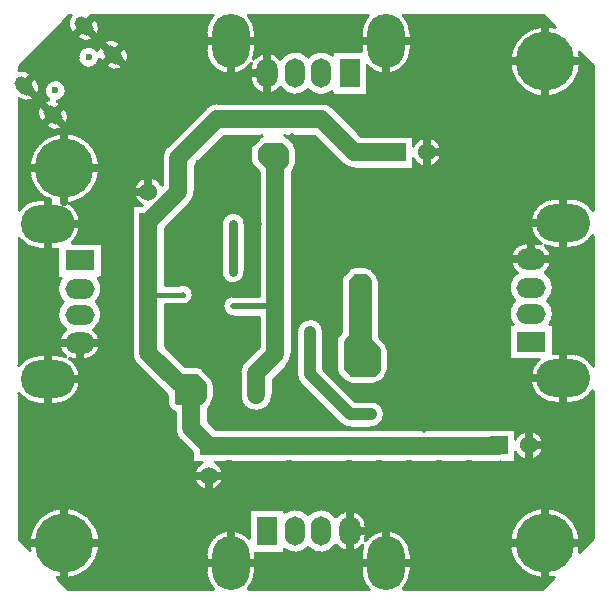
<source format=gbl>
G04*
G04 #@! TF.GenerationSoftware,Altium Limited,Altium Designer,20.0.11 (256)*
G04*
G04 Layer_Physical_Order=2*
G04 Layer_Color=16711680*
%FSLAX25Y25*%
%MOIN*%
G70*
G01*
G75*
%ADD10C,0.01000*%
%ADD53C,0.02500*%
%ADD54C,0.01500*%
%ADD55C,0.03000*%
%ADD56C,0.02000*%
%ADD57C,0.04000*%
%ADD59C,0.06000*%
%ADD62C,0.19685*%
%ADD63O,0.09843X0.06693*%
G04:AMPARAMS|DCode=64|XSize=47.24mil|YSize=70.87mil|CornerRadius=0mil|HoleSize=0mil|Usage=FLASHONLY|Rotation=45.000|XOffset=0mil|YOffset=0mil|HoleType=Round|Shape=Round|*
%AMOVALD64*
21,1,0.02362,0.04724,0.00000,0.00000,135.0*
1,1,0.04724,0.00835,-0.00835*
1,1,0.04724,-0.00835,0.00835*
%
%ADD64OVALD64*%

%ADD65C,0.02362*%
%ADD66C,0.06000*%
%ADD67R,0.06000X0.06000*%
%ADD68R,0.06000X0.06000*%
%ADD69O,0.12598X0.18000*%
%ADD70O,0.07087X0.09843*%
%ADD71O,0.06693X0.09843*%
%ADD72R,0.06700X0.09800*%
%ADD73O,0.18000X0.12598*%
%ADD74O,0.09843X0.07087*%
%ADD75R,0.09800X0.06700*%
%ADD76C,0.02000*%
%ADD77C,0.02400*%
%ADD78C,0.05000*%
D10*
X191743Y180200D02*
G03*
X191316Y183349I-11842J0D01*
G01*
X183049Y191616D02*
G03*
X191743Y180200I-3149J-11416D01*
G01*
X195725Y130570D02*
G03*
X188570Y134665I-7155J-4204D01*
G01*
Y118067D02*
G03*
X195725Y122162I0J8299D01*
G01*
X179835Y118766D02*
G03*
X183168Y118067I3333J7600D01*
G01*
X182122Y114280D02*
G03*
X179835Y118766I-5544J0D01*
G01*
X178584Y119448D02*
G03*
X176578Y119824I-2006J-5168D01*
G01*
X179849Y109804D02*
G03*
X182122Y114280I-3271J4476D01*
G01*
X182622Y104831D02*
G03*
X179849Y109804I-5847J0D01*
G01*
X180702Y100500D02*
G03*
X182622Y104831I-3927J4331D01*
G01*
Y96169D02*
G03*
X180702Y100500I-5847J0D01*
G01*
X181383Y92570D02*
G03*
X182622Y96169I-4608J3599D01*
G01*
X183168Y134665D02*
G03*
X178584Y119448I0J-8299D01*
G01*
X173822Y119824D02*
G03*
X170551Y109804I0J-5544D01*
G01*
D02*
G03*
X169698Y100500I3074J-4973D01*
G01*
D02*
G03*
X169018Y92570I3927J-4331D01*
G01*
X135065Y189670D02*
G03*
X132601Y195571I-8299J0D01*
G01*
X120931D02*
G03*
X118467Y189670I5835J-5901D01*
G01*
X120530Y178792D02*
G03*
X135065Y184268I6236J5476D01*
G01*
X118467D02*
G03*
X118486Y183700I8299J0D01*
G01*
X108830Y182483D02*
G03*
X100900Y181802I-3599J-4608D01*
G01*
Y170798D02*
G03*
X108830Y170117I4331J3927D01*
G01*
X100900Y181802D02*
G03*
X91596Y180949I-4331J-3927D01*
G01*
Y171651D02*
G03*
X100900Y170798I4973J3074D01*
G01*
X145428Y149996D02*
G03*
X135928Y152176I-5000J0D01*
G01*
Y147817D02*
G03*
X145428Y149996I4500J2179D01*
G01*
X121827Y111015D02*
G03*
X119706Y111894I-2121J-2121D01*
G01*
X121828Y111014D02*
G03*
X119706Y111894I-2122J-2120D01*
G01*
X112269Y146107D02*
G03*
X116158Y144497I3889J3889D01*
G01*
X109044Y164889D02*
G03*
X105155Y166500I-3889J-3889D01*
G01*
X112269Y146107D02*
G03*
X116158Y144497I3889J3889D01*
G01*
X109044Y164889D02*
G03*
X105155Y166500I-3889J-3889D01*
G01*
X116594Y111894D02*
G03*
X114473Y111015I0J-3000D01*
G01*
X116594Y111894D02*
G03*
X114472Y111014I0J-3000D01*
G01*
X124400Y107200D02*
G03*
X123520Y109323I-3000J0D01*
G01*
X124400Y107200D02*
G03*
X123521Y109321I-3000J0D01*
G01*
X112727Y109270D02*
G03*
X111847Y107147I2120J-2122D01*
G01*
X127400Y84200D02*
G03*
X126520Y86322I-3000J0D01*
G01*
X127400Y84200D02*
G03*
X126521Y86321I-3000J0D01*
G01*
X112726Y109268D02*
G03*
X111847Y107147I2121J-2121D01*
G01*
X110980Y89022D02*
G03*
X110100Y86900I2120J-2122D01*
G01*
X110979Y89021D02*
G03*
X110100Y86900I2121J-2121D01*
G01*
X94097Y154821D02*
G03*
X93053Y155500I-2121J-2121D01*
G01*
X94098Y154820D02*
G03*
X93053Y155500I-2122J-2120D01*
G01*
X96938Y150738D02*
G03*
X96059Y152859I-3000J0D01*
G01*
X96938Y150738D02*
G03*
X96058Y152860I-3000J0D01*
G01*
X96020Y144078D02*
G03*
X96900Y146200I-2120J2122D01*
G01*
X96021Y144079D02*
G03*
X96900Y146200I-2121J2121D01*
G01*
X105990Y90040D02*
G03*
X96990Y90040I-4500J0D01*
G01*
X195725Y78838D02*
G03*
X188570Y82933I-7155J-4204D01*
G01*
Y66335D02*
G03*
X195725Y70430I0J8299D01*
G01*
X183168Y82933D02*
G03*
X182600Y82914I0J-8299D01*
G01*
X177692Y80870D02*
G03*
X183168Y66335I5476J-6236D01*
G01*
X179380Y52232D02*
G03*
X169880Y54412I-5000J0D01*
G01*
Y50053D02*
G03*
X179380Y52232I4500J2179D01*
G01*
X191615Y19700D02*
G03*
X182748Y8237I-11842J0D01*
G01*
X191235Y16724D02*
G03*
X191615Y19700I-11463J2976D01*
G01*
X164281Y46633D02*
G03*
X165319Y46732I0J5500D01*
G01*
X126521Y75081D02*
G03*
X127400Y77203I-2121J2121D01*
G01*
X126520Y75080D02*
G03*
X127400Y77203I-2120J2122D01*
G01*
X122900Y72703D02*
G03*
X125022Y73583I0J3000D01*
G01*
X122900Y72703D02*
G03*
X125021Y73581I0J3000D01*
G01*
X126295Y62607D02*
G03*
X121795Y67107I-4500J0D01*
G01*
X110100Y77900D02*
G03*
X110979Y75779I3000J0D01*
G01*
X110100Y77900D02*
G03*
X110980Y75778I3000J0D01*
G01*
X113176Y73581D02*
G03*
X115297Y72703I2121J2121D01*
G01*
X113175Y73583D02*
G03*
X115297Y72703I2122J2120D01*
G01*
X111609Y59427D02*
G03*
X114793Y58107I3184J3180D01*
G01*
X111611Y59425D02*
G03*
X114793Y58107I3182J3182D01*
G01*
X121795D02*
G03*
X126295Y62607I0J4500D01*
G01*
X96990Y75910D02*
G03*
X98309Y72727I4500J0D01*
G01*
X93789Y78811D02*
G03*
X95400Y82700I-3889J3889D01*
G01*
X93789Y78811D02*
G03*
X95400Y82700I-3889J3889D01*
G01*
X96990Y75910D02*
G03*
X98308Y72728I4500J0D01*
G01*
X120223Y25078D02*
G03*
X110204Y28349I-5544J0D01*
G01*
X135065Y15732D02*
G03*
X119848Y20316I-8299J0D01*
G01*
Y20316D02*
G03*
X120223Y22322I-5168J2006D01*
G01*
X132499Y4329D02*
G03*
X135065Y10330I-5733J6001D01*
G01*
X119166Y19065D02*
G03*
X118467Y15732I7600J-3333D01*
G01*
Y10330D02*
G03*
X121033Y4329I8299J0D01*
G01*
X110204Y19051D02*
G03*
X119166Y19065I4476J3271D01*
G01*
X110204Y28349D02*
G03*
X100900Y29202I-4973J-3074D01*
G01*
D02*
G03*
X92970Y29882I-4331J-3927D01*
G01*
X100900Y18198D02*
G03*
X110204Y19051I4331J3927D01*
G01*
X92970Y17517D02*
G03*
X100900Y18198I3599J4608D01*
G01*
X91596Y180949D02*
G03*
X82634Y180935I-4476J-3271D01*
G01*
X83333Y189670D02*
G03*
X80870Y195571I-8299J0D01*
G01*
X69199D02*
G03*
X66735Y189670I5835J-5901D01*
G01*
X82634Y180935D02*
G03*
X83333Y184268I-7600J3333D01*
G01*
X81952Y179684D02*
G03*
X81577Y177678I5168J-2006D01*
G01*
X66735Y184268D02*
G03*
X81952Y179684I8299J0D01*
G01*
X85423Y155500D02*
G03*
X84379Y154821I1077J-2800D01*
G01*
X81577Y174922D02*
G03*
X91596Y171651I5544J0D01*
G01*
X70571Y166500D02*
G03*
X66682Y164889I0J-5500D01*
G01*
X70571Y166500D02*
G03*
X66682Y164889I0J-5500D01*
G01*
X85423Y155500D02*
G03*
X84377Y154820I1077J-2800D01*
G01*
X82380Y152822D02*
G03*
X81500Y150700I2120J-2122D01*
G01*
X82379Y152821D02*
G03*
X81500Y150700I2121J-2121D01*
G01*
Y147600D02*
G03*
X82379Y145479I3000J0D01*
G01*
X81500Y147600D02*
G03*
X82380Y145477I3000J0D01*
G01*
X79836Y125967D02*
G03*
X71836Y125967I-4000J0D01*
G01*
X53737Y151944D02*
G03*
X52126Y148055I3889J-3889D01*
G01*
X53737Y151944D02*
G03*
X52126Y148055I3889J-3889D01*
G01*
X61515Y132921D02*
G03*
X63126Y136810I-3889J3889D01*
G01*
X61515Y132921D02*
G03*
X63126Y136810I-3889J3889D01*
G01*
X52093Y139056D02*
G03*
X45380Y132343I-4467J-2246D01*
G01*
X31307Y191202D02*
G03*
X30029Y194286I-4362J0D01*
G01*
X23860Y188117D02*
G03*
X31307Y191202I3085J3085D01*
G01*
X30678Y183844D02*
G03*
X25107Y184270I-2968J-2177D01*
G01*
X21847Y195571D02*
G03*
X22190Y189787I3427J-2699D01*
G01*
X41037Y181611D02*
G03*
X39759Y184696I-4362J0D01*
G01*
X33590Y178527D02*
G03*
X41037Y181611I3085J3085D01*
G01*
X38089Y186366D02*
G03*
X30678Y183844I-3085J-3085D01*
G01*
X30678D02*
G03*
X25107Y184270I-2968J-2177D01*
G01*
X31320Y180946D02*
G03*
X31920Y180197I3684J2336D01*
G01*
X25107Y184270D02*
G03*
X30313Y179064I2603J-2603D01*
G01*
D02*
G03*
X31320Y180946I-2603J2603D01*
G01*
X25107Y184270D02*
G03*
X30313Y179064I2603J-2603D01*
G01*
D02*
G03*
X31320Y180946I-2603J2603D01*
G01*
X19178Y167928D02*
G03*
X20256Y170531I-2603J2603D01*
G01*
X19178Y167928D02*
G03*
X20256Y170531I-2603J2603D01*
G01*
X20993Y161567D02*
G03*
X19715Y164652I-4362J0D01*
G01*
X8454Y176052D02*
G03*
X4475Y177237I-3085J-3085D01*
G01*
X20256Y170531D02*
G03*
X13972Y173134I-3681J0D01*
G01*
X20256Y170531D02*
G03*
X13972Y173134I-3681J0D01*
G01*
D02*
G03*
X14397Y167563I2603J-2603D01*
G01*
X13972Y173134D02*
G03*
X14397Y167563I2603J-2603D01*
G01*
X17296Y166921D02*
G03*
X19178Y167928I-721J3610D01*
G01*
X17296Y166921D02*
G03*
X19178Y167928I-721J3610D01*
G01*
X18045Y166322D02*
G03*
X17296Y166921I-3085J-3085D01*
G01*
X14397Y167563D02*
G03*
X11876Y160153I563J-4326D01*
G01*
X11402Y171297D02*
G03*
X10125Y174381I-4362J0D01*
G01*
X4475Y167769D02*
G03*
X11402Y171297I2565J3528D01*
G01*
X13546Y158483D02*
G03*
X20993Y161567I3085J3085D01*
G01*
X21324Y132879D02*
G03*
X31461Y144598I-1706J11719D01*
G01*
X25031Y125966D02*
G03*
X21324Y132879I-8299J0D01*
G01*
X22208Y119730D02*
G03*
X25031Y125966I-5476J6236D01*
G01*
X16732Y117667D02*
G03*
X17300Y117686I0J8299D01*
G01*
X31461Y144598D02*
G03*
X13832Y134265I-11842J0D01*
G01*
X11330D02*
G03*
X4475Y130644I0J-8299D01*
G01*
Y121288D02*
G03*
X11330Y117667I6855J4678D01*
G01*
X71836Y110157D02*
G03*
X79836Y110157I4000J0D01*
G01*
X79651Y80229D02*
G03*
X78040Y76340I3889J-3889D01*
G01*
X79651Y80229D02*
G03*
X78040Y76340I3889J-3889D01*
G01*
X75836Y102184D02*
G03*
X75836Y95184I0J-3500D01*
G01*
Y102184D02*
G03*
X75836Y95184I0J-3500D01*
G01*
X69400Y72700D02*
G03*
X68520Y74822I-3000J0D01*
G01*
X69400Y72700D02*
G03*
X68521Y74821I-3000J0D01*
G01*
X78040Y69100D02*
G03*
X89040Y69100I5500J0D01*
G01*
X68520Y65852D02*
G03*
X69400Y67974I-2120J2122D01*
G01*
X68521Y65853D02*
G03*
X69400Y67974I-2121J2121D01*
G01*
X62591Y102463D02*
G03*
X57792Y105713I-3500J0D01*
G01*
Y99213D02*
G03*
X62591Y102463I1299J3250D01*
G01*
X65519Y77824D02*
G03*
X63397Y78703I-2121J-2121D01*
G01*
X65520Y77823D02*
G03*
X63397Y78703I-2122J-2120D01*
G01*
X72747Y42133D02*
G03*
X69927Y46633I-5000J0D01*
G01*
X83333Y15732D02*
G03*
X83314Y16300I-8299J0D01*
G01*
X66735Y10330D02*
G03*
X69301Y4329I8299J0D01*
G01*
X80767D02*
G03*
X83333Y10330I-5733J6001D01*
G01*
X65568Y46633D02*
G03*
X72747Y42133I2180J-4500D01*
G01*
X81270Y21208D02*
G03*
X66735Y15732I-6236J-5476D01*
G01*
X32122Y104431D02*
G03*
X30882Y108030I-5847J0D01*
G01*
X30202Y100100D02*
G03*
X32122Y104431I-3927J4331D01*
G01*
Y95769D02*
G03*
X30202Y100100I-5847J0D01*
G01*
X42126Y82974D02*
G03*
X43737Y79085I5500J0D01*
G01*
X42126Y82974D02*
G03*
X43737Y79085I5500J0D01*
G01*
X18518Y108030D02*
G03*
X19198Y100100I4608J-3599D01*
G01*
D02*
G03*
X20051Y90796I3927J-4331D01*
G01*
X29349D02*
G03*
X32122Y95769I-3074J4973D01*
G01*
X31622Y86320D02*
G03*
X29349Y90796I-5544J0D01*
G01*
X26078Y80777D02*
G03*
X31622Y86320I0J5544D01*
G01*
X20051Y90796D02*
G03*
X20065Y81834I3271J-4476D01*
G01*
X25031Y74234D02*
G03*
X21316Y81152I-8299J0D01*
G01*
X20065Y81834D02*
G03*
X16732Y82533I-3333J-7600D01*
G01*
X11330D02*
G03*
X4475Y78912I0J-8299D01*
G01*
X54000Y66332D02*
G03*
X56400Y63393I3000J0D01*
G01*
X54000Y66332D02*
G03*
X56400Y63393I3000J0D01*
G01*
X53511Y69311D02*
G03*
X54000Y68877I3889J3889D01*
G01*
X56400Y57981D02*
G03*
X58011Y54092I5500J0D01*
G01*
X56400Y57981D02*
G03*
X58011Y54092I5500J0D01*
G01*
X21316Y81152D02*
G03*
X23322Y80777I2006J5168D01*
G01*
X16732Y65935D02*
G03*
X25031Y74234I0J8299D01*
G01*
X4475Y69556D02*
G03*
X11330Y65935I6855J4678D01*
G01*
X31461Y19700D02*
G03*
X8018Y17316I-11842J0D01*
G01*
X17235Y8100D02*
G03*
X31461Y19700I2384J11600D01*
G01*
X191732Y180700D02*
X193965D01*
X191743Y180200D02*
X194465D01*
X191647Y181700D02*
X192965D01*
X191700Y181200D02*
X193465D01*
X191647Y178700D02*
X195725D01*
X191572Y178200D02*
X195725D01*
X191732Y179700D02*
X194965D01*
X191700Y179200D02*
X195465D01*
X191476Y182700D02*
X191965D01*
X191572Y182200D02*
X192465D01*
X179095Y195571D02*
X183049Y191616D01*
X191316Y183349D02*
X195725Y178940D01*
X191476Y177700D02*
X195725D01*
X191047Y176200D02*
X195725D01*
X190854Y175700D02*
X195725D01*
X191356Y177200D02*
X195725D01*
X191214Y176700D02*
X195725D01*
X190110Y174200D02*
X195725D01*
X189799Y173700D02*
X195725D01*
X190635Y175200D02*
X195725D01*
X190388Y174700D02*
X195725D01*
X188632Y172200D02*
X195725D01*
X188146Y171700D02*
X195725D01*
X189452Y173200D02*
X195725D01*
X189065Y172700D02*
X195725D01*
X186971Y170700D02*
X195725D01*
X186244Y170200D02*
X195725D01*
X187597Y171200D02*
X195725D01*
X178400Y191947D02*
Y195571D01*
X178900Y192000D02*
Y195571D01*
X177400Y191776D02*
Y195571D01*
X177900Y191872D02*
Y195571D01*
X176400Y191514D02*
Y195571D01*
X176900Y191656D02*
Y195571D01*
X175400Y191154D02*
Y195571D01*
X175900Y191347D02*
Y195571D01*
X174400Y190688D02*
Y195571D01*
X174900Y190935D02*
Y195571D01*
X170400Y187271D02*
Y195571D01*
X173900Y190410D02*
Y195571D01*
X169400Y185677D02*
Y195571D01*
X169900Y186544D02*
Y195571D01*
X168400Y183028D02*
Y195571D01*
X180400Y192032D02*
Y194265D01*
X180900Y192000D02*
Y193765D01*
X179400Y192032D02*
Y195265D01*
X179900Y192043D02*
Y194765D01*
X181900Y191872D02*
Y192765D01*
X182400Y191776D02*
Y192265D01*
X181400Y191947D02*
Y193265D01*
X172900Y189752D02*
Y195571D01*
X173400Y190099D02*
Y195571D01*
X171900Y188932D02*
Y195571D01*
X172400Y189365D02*
Y195571D01*
X170900Y187897D02*
Y195571D01*
X171400Y188446D02*
Y195571D01*
X168900Y184587D02*
Y195571D01*
X193400Y133115D02*
Y181265D01*
X193900Y132727D02*
Y180765D01*
X192400Y133728D02*
Y182265D01*
X192900Y133446D02*
Y181765D01*
X195400Y131080D02*
Y179265D01*
X195725Y130570D02*
Y178940D01*
X194400Y132272D02*
Y180265D01*
X194900Y131733D02*
Y179765D01*
X190400Y134461D02*
Y174723D01*
X189900Y134558D02*
Y173856D01*
X189400Y134623D02*
Y173129D01*
X188900Y134658D02*
Y172503D01*
X191900Y133968D02*
Y182765D01*
X191400Y134168D02*
Y177372D01*
X190900Y134331D02*
Y175813D01*
X186400Y134665D02*
Y170301D01*
X185377Y169700D02*
X195725D01*
X185900Y134665D02*
Y169990D01*
X185400Y134665D02*
Y169712D01*
X188400Y134665D02*
Y171954D01*
X187900Y134665D02*
Y171468D01*
X187400Y134665D02*
Y171035D01*
X186900Y134665D02*
Y170648D01*
X184287Y169200D02*
X195725D01*
X182728Y168700D02*
X195725D01*
X184900Y134665D02*
Y169465D01*
X184400Y134665D02*
Y169246D01*
X183900Y134665D02*
Y169053D01*
X183400Y134665D02*
Y168886D01*
X182900Y134661D02*
Y168744D01*
X175400Y129287D02*
Y169246D01*
X174400Y119824D02*
Y169712D01*
X174900Y127083D02*
Y169465D01*
X173400Y119807D02*
Y170301D01*
X173900Y119824D02*
Y169990D01*
X172400Y119638D02*
Y171035D01*
X172900Y119746D02*
Y170648D01*
X171400Y119266D02*
Y171954D01*
X171900Y119480D02*
Y171468D01*
X170400Y118641D02*
Y173129D01*
X170900Y118991D02*
Y172503D01*
X169400Y117623D02*
Y174723D01*
X169900Y118198D02*
Y173856D01*
X168900Y116830D02*
Y175813D01*
X182400Y134629D02*
Y168624D01*
X181900Y134568D02*
Y168528D01*
X181400Y134475D02*
Y168453D01*
X180900Y134349D02*
Y168400D01*
X180400Y134190D02*
Y168368D01*
X179900Y133994D02*
Y168358D01*
X179400Y133760D02*
Y168368D01*
X178400Y133159D02*
Y168453D01*
X178900Y133483D02*
Y168400D01*
X177400Y132333D02*
Y168624D01*
X177900Y132779D02*
Y168528D01*
X176400Y131169D02*
Y168886D01*
X176900Y131805D02*
Y168744D01*
X175900Y130372D02*
Y169053D01*
X134670Y192200D02*
X182465D01*
X134813Y191700D02*
X177072D01*
X134923Y191200D02*
X175513D01*
X135001Y190700D02*
X174423D01*
X135048Y190200D02*
X173556D01*
X135065Y189700D02*
X172829D01*
X135065Y189200D02*
X172203D01*
X133367Y194700D02*
X179965D01*
X133720Y194200D02*
X180465D01*
X132601Y195571D02*
X179095D01*
X132954Y195200D02*
X179465D01*
X134277Y193200D02*
X181465D01*
X134492Y192700D02*
X181965D01*
X134021Y193700D02*
X180965D01*
X135065Y188700D02*
X171654D01*
X135065Y188200D02*
X171168D01*
X135065Y187700D02*
X170735D01*
X120530Y171700D02*
X171654D01*
X120530Y171200D02*
X172203D01*
X120530Y172700D02*
X170735D01*
X120530Y172200D02*
X171168D01*
X120530Y169700D02*
X174423D01*
X120530Y169200D02*
X175513D01*
X120530Y170700D02*
X172829D01*
X120530Y170200D02*
X173556D01*
X108011Y165700D02*
X195725D01*
X108706Y165200D02*
X195725D01*
X106947Y166200D02*
X195725D01*
X135065Y187200D02*
X170348D01*
X135065Y186700D02*
X170001D01*
X135065Y186200D02*
X169690D01*
X135065Y185700D02*
X169412D01*
X135065Y185200D02*
X169165D01*
X135065Y184700D02*
X168946D01*
X135065Y184200D02*
X168754D01*
X135046Y183700D02*
X168587D01*
X134996Y183200D02*
X168444D01*
X134915Y182700D02*
X168324D01*
X134803Y182200D02*
X168228D01*
X134658Y181700D02*
X168153D01*
X134477Y181200D02*
X168100D01*
X134259Y180700D02*
X168068D01*
X134000Y180200D02*
X168058D01*
X132920Y178700D02*
X168153D01*
X132428Y178200D02*
X168228D01*
X133695Y179700D02*
X168068D01*
X133338Y179200D02*
X168100D01*
X131115Y177200D02*
X168444D01*
X130172Y176700D02*
X168587D01*
X131839Y177700D02*
X168324D01*
X120530Y175200D02*
X169165D01*
X120530Y174700D02*
X169412D01*
X128710Y176200D02*
X168754D01*
X120530Y175700D02*
X168946D01*
X120530Y173700D02*
X170001D01*
X120530Y173200D02*
X170348D01*
X120530Y174200D02*
X169690D01*
X113733Y160200D02*
X195725D01*
X114233Y159700D02*
X195725D01*
X112733Y161200D02*
X195725D01*
X113233Y160700D02*
X195725D01*
X115733Y158200D02*
X195725D01*
X116233Y157700D02*
X195725D01*
X114733Y159200D02*
X195725D01*
X115233Y158700D02*
X195725D01*
X110233Y163700D02*
X195725D01*
X110733Y163200D02*
X195725D01*
X109233Y164700D02*
X195725D01*
X109733Y164200D02*
X195725D01*
X111733Y162200D02*
X195725D01*
X112233Y161700D02*
X195725D01*
X111233Y162700D02*
X195725D01*
X144634Y152700D02*
X195725D01*
X144916Y152200D02*
X195725D01*
X143787Y153700D02*
X195725D01*
X144267Y153200D02*
X195725D01*
X145378Y150700D02*
X195725D01*
X145424Y150200D02*
X195725D01*
X145129Y151700D02*
X195725D01*
X145281Y151200D02*
X195725D01*
X117733Y156200D02*
X195725D01*
X118233Y155700D02*
X195725D01*
X116733Y157200D02*
X195725D01*
X117233Y156700D02*
X195725D01*
X142124Y154700D02*
X195725D01*
X143136Y154200D02*
X195725D01*
X135928Y155200D02*
X195725D01*
X145257Y148700D02*
X195725D01*
X145094Y148200D02*
X195725D01*
X145419Y149700D02*
X195725D01*
X145364Y149200D02*
X195725D01*
X144869Y147700D02*
X195725D01*
X144573Y147200D02*
X195725D01*
X167900Y106017D02*
Y195571D01*
X168400Y115434D02*
Y177372D01*
X142985Y145700D02*
X195725D01*
X141840Y145200D02*
X195725D01*
X144187Y146700D02*
X195725D01*
X143682Y146200D02*
X195725D01*
X96136Y144200D02*
X195725D01*
X95643Y143700D02*
X195725D01*
X135928Y144700D02*
X195725D01*
X95400Y138700D02*
X195725D01*
X95400Y138200D02*
X195725D01*
X95400Y139700D02*
X195725D01*
X95400Y139200D02*
X195725D01*
X95400Y137200D02*
X195725D01*
X95400Y136700D02*
X195725D01*
X95400Y137700D02*
X195725D01*
X95400Y142200D02*
X195725D01*
X95400Y141700D02*
X195725D01*
X95400Y143200D02*
X195725D01*
X95400Y142700D02*
X195725D01*
X95400Y140700D02*
X195725D01*
X95400Y140200D02*
X195725D01*
X95400Y141200D02*
X195725D01*
X194928Y131700D02*
X195725D01*
X195316Y131200D02*
X195725D01*
X193932Y132700D02*
X195725D01*
X194472Y132200D02*
X195725D01*
X194125Y120200D02*
X195725D01*
X193514Y119700D02*
X195725D01*
X195065Y121200D02*
X195725D01*
X194634Y120700D02*
X195725D01*
X193279Y133200D02*
X195725D01*
X191309Y134200D02*
X195725D01*
X192454Y133700D02*
X195725D01*
X191749Y118700D02*
X195725D01*
X192756Y119200D02*
X195725D01*
X181778Y116200D02*
X195725D01*
X181937Y115700D02*
X195725D01*
X190050Y118200D02*
X195725D01*
X181565Y116700D02*
X195725D01*
X181553Y108200D02*
X195725D01*
X181869Y107700D02*
X195725D01*
X182045Y115200D02*
X195725D01*
X181484Y111700D02*
X195725D01*
X181187Y111200D02*
X195725D01*
X180810Y110700D02*
X195725D01*
X180941Y117700D02*
X195725D01*
X181290Y117200D02*
X195725D01*
X180011Y109700D02*
X195725D01*
X181158Y108700D02*
X195725D01*
X180331Y110200D02*
X195725D01*
X183168Y134665D02*
X188570D01*
X180498Y118200D02*
X181688D01*
X180900Y117751D02*
Y118383D01*
X181400Y117015D02*
Y118257D01*
X176400Y119824D02*
Y121563D01*
X176900Y119814D02*
Y120927D01*
X175400Y119824D02*
Y123445D01*
X175900Y119824D02*
Y122360D01*
X177742Y119700D02*
X178225D01*
X177400Y119762D02*
Y120399D01*
X182106Y114700D02*
X195725D01*
X182121Y114200D02*
X195725D01*
X181900Y115831D02*
Y118164D01*
X183168Y118067D02*
X188570D01*
X182091Y113700D02*
X195725D01*
X182015Y113200D02*
X195725D01*
X181900Y107644D02*
Y112729D01*
X181892Y112700D02*
X195725D01*
X181717Y112200D02*
X195725D01*
X180400Y109418D02*
Y110265D01*
X181400Y108407D02*
Y111545D01*
X180660Y109200D02*
X195725D01*
X180900Y108974D02*
Y110809D01*
X182557Y105700D02*
X195725D01*
X182610Y105200D02*
X195725D01*
X182315Y106700D02*
X195725D01*
X182459Y106200D02*
X195725D01*
X182511Y103700D02*
X195725D01*
X182389Y103200D02*
X195725D01*
X182620Y104700D02*
X195725D01*
X182587Y104200D02*
X195725D01*
X181996Y102200D02*
X195725D01*
X181712Y101700D02*
X195725D01*
X182120Y107200D02*
X195725D01*
X182219Y102700D02*
X195725D01*
X180912Y100700D02*
X195725D01*
X181010Y100200D02*
X195725D01*
X181357Y101200D02*
X195725D01*
X182603Y95700D02*
X195725D01*
X182541Y95200D02*
X195725D01*
X182597Y96700D02*
X195725D01*
X182621Y96200D02*
X195725D01*
X182600Y87700D02*
X195725D01*
X182600Y87200D02*
X195725D01*
X182600Y92200D02*
X195725D01*
X182600Y91200D02*
X195725D01*
X182045Y98700D02*
X195725D01*
X182257Y98200D02*
X195725D01*
X181435Y99700D02*
X195725D01*
X181774Y99200D02*
X195725D01*
X182530Y97200D02*
X195725D01*
X182434Y94700D02*
X195725D01*
X182418Y97700D02*
X195725D01*
X182400Y106425D02*
Y118103D01*
X182280Y94200D02*
X195725D01*
X182400Y97763D02*
Y103237D01*
X181900Y98983D02*
Y102017D01*
X182075Y93700D02*
X195725D01*
X181811Y93200D02*
X195725D01*
X182400Y92570D02*
Y94575D01*
X181900Y92570D02*
Y93356D01*
X181400Y99745D02*
Y101255D01*
X180900Y100312D02*
Y100688D01*
X181481Y92700D02*
X195725D01*
X182600Y86200D02*
X195725D01*
X182600Y85700D02*
X195725D01*
X182600Y88200D02*
X195725D01*
X182600Y86700D02*
X195725D01*
X182600Y84700D02*
X195725D01*
X182600Y84200D02*
X195725D01*
X182600Y85200D02*
X195725D01*
X182600Y90700D02*
X195725D01*
X182600Y90200D02*
X195725D01*
X181383Y92570D02*
X182600D01*
Y91700D02*
X195725D01*
X182600Y89200D02*
X195725D01*
X182600Y88700D02*
X195725D01*
X182600Y89700D02*
X195725D01*
X95400Y135200D02*
X195725D01*
X95400Y134700D02*
X195725D01*
X95400Y136200D02*
X195725D01*
X95400Y135700D02*
X195725D01*
X95400Y134200D02*
X180429D01*
X95400Y133700D02*
X179284D01*
X95400Y133200D02*
X178460D01*
X95400Y132700D02*
X177806D01*
X95400Y132200D02*
X177266D01*
X95400Y131700D02*
X176810D01*
X95400Y131200D02*
X176422D01*
X95400Y130700D02*
X176091D01*
X95400Y130200D02*
X175808D01*
X95400Y129700D02*
X175568D01*
X95400Y123200D02*
X175497D01*
X95400Y129200D02*
X175368D01*
X95400Y123700D02*
X175309D01*
X173822Y119824D02*
X176578D01*
X95400Y122200D02*
X175990D01*
X95400Y121700D02*
X176305D01*
X95400Y128700D02*
X175204D01*
X95400Y122700D02*
X175723D01*
X95400Y120700D02*
X177104D01*
X95400Y120200D02*
X177613D01*
X95400Y121200D02*
X176673D01*
X95400Y128200D02*
X175074D01*
X95400Y127700D02*
X174977D01*
X95400Y127200D02*
X174911D01*
X95400Y126700D02*
X174876D01*
X174900Y119824D02*
Y125649D01*
X95400Y125200D02*
X174951D01*
X95400Y126200D02*
X174871D01*
X95400Y125700D02*
X174896D01*
X95400Y124700D02*
X175038D01*
X95400Y124200D02*
X175157D01*
X95400Y119700D02*
X172658D01*
X95400Y119200D02*
X171268D01*
X95400Y118700D02*
X170476D01*
X95400Y118200D02*
X169902D01*
X95400Y117700D02*
X169459D01*
X95400Y112700D02*
X168508D01*
X95400Y112200D02*
X168684D01*
X95400Y113700D02*
X168309D01*
X95400Y113200D02*
X168385D01*
X121625Y111200D02*
X169213D01*
X122143Y110700D02*
X169589D01*
X120768Y111700D02*
X168915D01*
X95400Y117200D02*
X169110D01*
X95400Y116700D02*
X168835D01*
X95400Y116200D02*
X168622D01*
X95400Y115700D02*
X168464D01*
X95400Y115200D02*
X168355D01*
X95400Y114700D02*
X168294D01*
X95400Y114200D02*
X168279D01*
X169900Y109337D02*
Y110362D01*
X168900Y108274D02*
Y111730D01*
X169400Y108872D02*
Y110937D01*
X168400Y107454D02*
Y113126D01*
X124400Y107200D02*
X168280D01*
X168400Y98792D02*
Y102208D01*
X122643Y110200D02*
X170069D01*
X123143Y109700D02*
X170389D01*
X123636Y109200D02*
X169740D01*
X123998Y108700D02*
X169242D01*
X124228Y108200D02*
X168847D01*
X124358Y107700D02*
X168531D01*
X124400Y102200D02*
X168404D01*
X169400Y100210D02*
Y100790D01*
X124400Y100700D02*
X169488D01*
X124400Y101700D02*
X168688D01*
X124400Y101200D02*
X169043D01*
X167800Y92570D02*
X169018D01*
X168900Y99612D02*
Y101388D01*
X168400Y92570D02*
Y93546D01*
X124400Y100200D02*
X169390D01*
X124400Y99700D02*
X168965D01*
X124400Y99200D02*
X168625D01*
X124400Y98700D02*
X168355D01*
X124400Y93200D02*
X168588D01*
X124400Y92700D02*
X168919D01*
X124400Y93700D02*
X168325D01*
X124400Y106700D02*
X168085D01*
X124400Y106200D02*
X167941D01*
X124400Y105700D02*
X167843D01*
X124400Y104200D02*
X167813D01*
X124400Y103200D02*
X168011D01*
X167900Y92570D02*
Y94983D01*
X124400Y103700D02*
X167889D01*
X167900Y97355D02*
Y103645D01*
X124400Y102700D02*
X168181D01*
X124400Y98200D02*
X168143D01*
X124400Y97700D02*
X167982D01*
X124400Y97200D02*
X167870D01*
X124400Y95200D02*
X167859D01*
X124400Y94700D02*
X167966D01*
X124400Y96700D02*
X167803D01*
X124643Y88200D02*
X167800D01*
X126143Y86700D02*
X167800D01*
X124400Y89200D02*
X167800D01*
X124400Y88700D02*
X167800D01*
X126998Y85700D02*
X167800D01*
X127358Y84700D02*
X167800D01*
X126636Y86200D02*
X167800D01*
X124400Y94200D02*
X168120D01*
X124400Y92200D02*
X167800D01*
X124400Y91700D02*
X167800D01*
X124400Y91200D02*
X167800D01*
X124400Y90200D02*
X167800D01*
X124400Y89700D02*
X167800D01*
X124400Y90700D02*
X167800D01*
X132900Y195260D02*
Y195571D01*
X133400Y194656D02*
Y195571D01*
X119900Y194332D02*
Y195571D01*
X120400Y194994D02*
Y195571D01*
X134900Y191317D02*
Y195571D01*
X133900Y193910D02*
Y195571D01*
X134400Y192925D02*
Y195571D01*
X119400Y193493D02*
Y195571D01*
X118400Y183700D02*
Y195571D01*
X118900Y192316D02*
Y195571D01*
X117400Y183700D02*
Y195571D01*
X117900Y183700D02*
Y195571D01*
X116400Y183700D02*
Y195571D01*
X135065Y184268D02*
Y189670D01*
X120530Y177200D02*
X122417D01*
X120530Y176700D02*
X123360D01*
X120530Y168900D02*
Y178792D01*
Y176200D02*
X124822D01*
X118467Y184268D02*
Y189670D01*
X108830Y183700D02*
X118486D01*
X120530Y178200D02*
X121105D01*
X120530Y177700D02*
X121693D01*
X116900Y183700D02*
Y195571D01*
X113400Y183700D02*
Y195571D01*
X113900Y183700D02*
Y195571D01*
X112400Y183700D02*
Y195571D01*
X112900Y183700D02*
Y195571D01*
X115400Y183700D02*
Y195571D01*
X115900Y183700D02*
Y195571D01*
X114400Y183700D02*
Y195571D01*
X114900Y183700D02*
Y195571D01*
X109900Y183700D02*
Y195571D01*
X110400Y183700D02*
Y195571D01*
X108900Y183700D02*
Y195571D01*
X109400Y183700D02*
Y195571D01*
X111400Y183700D02*
Y195571D01*
X111900Y183700D02*
Y195571D01*
X110900Y183700D02*
Y195571D01*
X113400Y160533D02*
Y168900D01*
X113900Y160033D02*
Y168900D01*
X112400Y161533D02*
Y168900D01*
X112900Y161033D02*
Y168900D01*
X115400Y158533D02*
Y168900D01*
X115900Y158033D02*
Y168900D01*
X114400Y159533D02*
Y168900D01*
X114900Y159033D02*
Y168900D01*
X109900Y164033D02*
Y168900D01*
X110400Y163533D02*
Y168900D01*
X108830Y182483D02*
Y183700D01*
X109400Y164533D02*
Y168900D01*
X111400Y162533D02*
Y168900D01*
X111900Y162033D02*
Y168900D01*
X110900Y163033D02*
Y168900D01*
X142900Y154343D02*
Y195571D01*
X143400Y154017D02*
Y195571D01*
X141900Y154775D02*
Y195571D01*
X142400Y154591D02*
Y195571D01*
X144900Y152233D02*
Y195571D01*
X145400Y150525D02*
Y195571D01*
X143900Y153595D02*
Y195571D01*
X144400Y153033D02*
Y195571D01*
X140900Y154974D02*
Y195571D01*
X141400Y154901D02*
Y195571D01*
X139900Y154969D02*
Y195571D01*
X140400Y154997D02*
Y195571D01*
X138900Y154757D02*
Y195571D01*
X139400Y154890D02*
Y195571D01*
X138400Y154567D02*
Y195571D01*
X135400Y155497D02*
Y195571D01*
X135900Y155497D02*
Y195571D01*
X134900Y155497D02*
Y182621D01*
X134400Y155497D02*
Y181013D01*
X137400Y153975D02*
Y195571D01*
X137900Y154310D02*
Y195571D01*
X136400Y152959D02*
Y195571D01*
X136900Y153540D02*
Y195571D01*
X132400Y155497D02*
Y178174D01*
X131900Y155497D02*
Y177748D01*
X131400Y155497D02*
Y177383D01*
X130900Y155497D02*
Y177072D01*
X133900Y155497D02*
Y180028D01*
X133400Y155497D02*
Y179282D01*
X132900Y155497D02*
Y178678D01*
X128400Y155497D02*
Y176131D01*
X125400Y155497D02*
Y176082D01*
X124400Y155497D02*
Y176313D01*
X124900Y155497D02*
Y176181D01*
X130400Y155497D02*
Y176807D01*
X129900Y155497D02*
Y176584D01*
X129400Y155497D02*
Y176398D01*
X128900Y155497D02*
Y176248D01*
X121900Y155497D02*
Y177545D01*
X122400Y155497D02*
Y177210D01*
X120900Y155497D02*
Y178397D01*
X121400Y155497D02*
Y177937D01*
X123400Y155497D02*
Y176682D01*
X123900Y155497D02*
Y176480D01*
X122900Y155497D02*
Y176925D01*
X125900Y155497D02*
Y176014D01*
X126400Y155497D02*
Y175977D01*
X119900Y155497D02*
Y168900D01*
X120400Y155497D02*
Y168900D01*
X127900Y155497D02*
Y176047D01*
X127400Y155497D02*
Y175993D01*
X126900Y155497D02*
Y175970D01*
X117400Y156533D02*
Y168900D01*
X117900Y156033D02*
Y168900D01*
X116400Y157533D02*
Y168900D01*
X116900Y157033D02*
Y168900D01*
X118900Y155497D02*
Y168900D01*
X119400Y155497D02*
Y168900D01*
X118400Y155533D02*
Y168900D01*
X105900Y183683D02*
Y195571D01*
X106400Y183603D02*
Y195571D01*
X104900Y183712D02*
Y195571D01*
X105400Y183719D02*
Y195571D01*
X107900Y183077D02*
Y195571D01*
X108400Y182788D02*
Y195571D01*
X106900Y183478D02*
Y195571D01*
X107400Y183304D02*
Y195571D01*
X103900Y183568D02*
Y195571D01*
X104400Y183662D02*
Y195571D01*
X102900Y183237D02*
Y195571D01*
X103400Y183427D02*
Y195571D01*
X100400Y182291D02*
Y195571D01*
X100900Y181802D02*
Y195571D01*
X99900Y182680D02*
Y195571D01*
X105732Y183700D02*
X108830D01*
X118486D01*
X102400Y182990D02*
Y195571D01*
X107645Y183200D02*
X108830D01*
X101900Y182680D02*
Y195571D01*
X101400Y182291D02*
Y195571D01*
X100503Y182200D02*
X101297D01*
X98900Y183237D02*
Y195571D01*
X97070Y183700D02*
X104730D01*
X97900Y183568D02*
Y195571D01*
X98400Y183427D02*
Y195571D01*
X98983Y183200D02*
X102817D01*
X99871Y182700D02*
X101929D01*
X99400Y182990D02*
Y195571D01*
X96900Y183712D02*
Y195571D01*
X97400Y183662D02*
Y195571D01*
X95900Y183683D02*
Y195571D01*
X96400Y183719D02*
Y195571D01*
X94900Y183478D02*
Y195571D01*
X95400Y183603D02*
Y195571D01*
X93900Y183077D02*
Y195571D01*
X94400Y183304D02*
Y195571D01*
X92900Y182427D02*
Y195571D01*
X93400Y182788D02*
Y195571D01*
X87400Y183214D02*
Y195571D01*
X87900Y183166D02*
Y195571D01*
X91900Y181394D02*
Y195571D01*
X92400Y181974D02*
Y195571D01*
X91400Y181201D02*
Y195571D01*
X89467Y182700D02*
X93267D01*
X90326Y182200D02*
X92635D01*
X89400Y182731D02*
Y195571D01*
X89900Y182474D02*
Y195571D01*
X90900Y181733D02*
Y195571D01*
X90935Y181700D02*
X92147D01*
X90400Y182147D02*
Y195571D01*
X86900Y183217D02*
Y195571D01*
X87608Y183200D02*
X94155D01*
X85900Y183086D02*
Y195571D01*
X86400Y183175D02*
Y195571D01*
X88400Y183072D02*
Y195571D01*
X88900Y182928D02*
Y195571D01*
X85400Y182948D02*
Y195571D01*
X108830Y168900D02*
Y170117D01*
X108220Y169700D02*
X108830D01*
X102400Y166500D02*
Y169610D01*
X101900Y166500D02*
Y169920D01*
X108400Y165441D02*
Y169812D01*
X100900Y166500D02*
Y170798D01*
X101400Y166500D02*
Y170308D01*
X100271Y170200D02*
X101529D01*
X99558Y169700D02*
X102243D01*
X100400Y166500D02*
Y170308D01*
X99900Y166500D02*
Y169920D01*
X99400Y166500D02*
Y169610D01*
X107143Y169200D02*
X108830D01*
Y168900D02*
X120530D01*
X104400Y166500D02*
Y168938D01*
X105900Y166449D02*
Y168917D01*
X107900Y165766D02*
Y169523D01*
X107400Y166021D02*
Y169296D01*
X106900Y166216D02*
Y169122D01*
X106400Y166357D02*
Y168997D01*
X103400Y166500D02*
Y169173D01*
X103900Y166500D02*
Y169032D01*
X102900Y166500D02*
Y169363D01*
X98481Y169200D02*
X103319D01*
X98900Y166500D02*
Y169363D01*
X98400Y166500D02*
Y169173D01*
X97900Y166500D02*
Y169032D01*
X92400Y166500D02*
Y170626D01*
X93400Y166500D02*
Y169812D01*
X91401Y181200D02*
X91760D01*
X91228Y171200D02*
X91905D01*
X91900Y166500D02*
Y171206D01*
X92900Y166500D02*
Y170173D01*
X91400Y166500D02*
Y171399D01*
X90900Y166500D02*
Y170867D01*
X90712Y170700D02*
X92329D01*
X90024Y170200D02*
X92867D01*
X90400Y166500D02*
Y170453D01*
X89900Y166500D02*
Y170126D01*
X89400Y166500D02*
Y169869D01*
X94400Y166500D02*
Y169296D01*
X94900Y166500D02*
Y169122D01*
X88980Y169700D02*
X93581D01*
X93900Y166500D02*
Y169523D01*
X97400Y166500D02*
Y168938D01*
X95900Y166500D02*
Y168917D01*
X95400Y166500D02*
Y168997D01*
X87400Y166500D02*
Y169386D01*
X86900Y166500D02*
Y169383D01*
X85900Y166500D02*
Y169514D01*
X86400Y166500D02*
Y169425D01*
X88900Y166500D02*
Y169672D01*
X88400Y166500D02*
Y169528D01*
X87900Y166500D02*
Y169434D01*
X135928Y154700D02*
X138732D01*
X135928Y152176D02*
Y155497D01*
Y154200D02*
X137720D01*
X124928Y155497D02*
X130428D01*
X135928D01*
X118436D02*
X124928D01*
X130428D01*
X135928Y153700D02*
X137069D01*
X135928Y153200D02*
X136589D01*
X135928Y144497D02*
Y147817D01*
Y146200D02*
X137174D01*
X135928Y145700D02*
X137871D01*
X135928Y147200D02*
X136283D01*
X135928Y146700D02*
X136669D01*
X135928Y145200D02*
X139016D01*
X130428Y144497D02*
X135928D01*
X124928D02*
X130428D01*
X124928D02*
X130428D01*
X121900Y110943D02*
Y144497D01*
X116158D02*
X124928D01*
X122900Y109943D02*
Y144497D01*
X123400Y109443D02*
Y144497D01*
X122400Y110443D02*
Y144497D01*
X115900Y111813D02*
Y144503D01*
X114900Y111370D02*
Y144642D01*
X115400Y111646D02*
Y144549D01*
X113900Y110443D02*
Y144982D01*
X114400Y110943D02*
Y144785D01*
X112900Y109443D02*
Y145565D01*
X113400Y109943D02*
Y145238D01*
X108900Y165028D02*
Y168900D01*
X104900Y166500D02*
Y168888D01*
X105400Y166495D02*
Y168881D01*
X109044Y164889D02*
X118436Y155497D01*
X119400Y111894D02*
Y144497D01*
X119900Y111888D02*
Y144497D01*
X118400Y111894D02*
Y144497D01*
X118900Y111894D02*
Y144497D01*
X120900Y111646D02*
Y144497D01*
X121400Y111370D02*
Y144497D01*
X120400Y111813D02*
Y144497D01*
X117900Y111894D02*
Y144497D01*
X116594Y111894D02*
X119706D01*
X116900D02*
Y144497D01*
X117400Y111894D02*
Y144497D01*
X116400Y111888D02*
Y144497D01*
X124900Y87943D02*
Y144497D01*
X125400Y87443D02*
Y144497D01*
X123900Y108858D02*
Y144497D01*
X124400Y107200D02*
Y144497D01*
X126900Y85858D02*
Y144497D01*
X127400Y84200D02*
Y144497D01*
X125900Y86943D02*
Y144497D01*
X126400Y86443D02*
Y144497D01*
X112727Y109270D02*
X114472Y111014D01*
X121828D02*
X123520Y109323D01*
X111900Y107708D02*
Y146477D01*
X112400Y108882D02*
Y145981D01*
X125143Y87700D02*
X167800D01*
X125643Y87200D02*
X167800D01*
X124400Y105200D02*
X167790D01*
X124400Y104700D02*
X167780D01*
X127228Y85200D02*
X167800D01*
X127400Y84200D02*
X167800D01*
X124400Y96200D02*
X167779D01*
X124400Y95700D02*
X167797D01*
X105837Y91200D02*
X111847D01*
X124400Y88443D02*
Y107200D01*
Y88443D02*
X126520Y86322D01*
X124400Y88443D02*
Y107200D01*
X105941Y90700D02*
X111847D01*
X105987Y90200D02*
X111847D01*
Y89890D02*
Y107147D01*
X105990Y89700D02*
X111657D01*
X111400Y89443D02*
Y146977D01*
X110980Y89022D02*
X111847Y89890D01*
X110400Y88208D02*
Y147977D01*
X110900Y88940D02*
Y147477D01*
X104693Y93200D02*
X111847D01*
X105119Y92700D02*
X111847D01*
X104900Y92975D02*
Y153477D01*
X105400Y92266D02*
Y152977D01*
X105437Y92200D02*
X111847D01*
X105672Y91700D02*
X111847D01*
X105900Y90933D02*
Y152477D01*
X105990Y89200D02*
X111157D01*
X105990Y88700D02*
X110700D01*
X105990Y88200D02*
X110396D01*
X105990Y87700D02*
X110209D01*
X105990Y87200D02*
X110115D01*
X105990Y85700D02*
X110100D01*
X105990Y85200D02*
X110100D01*
X105990Y86700D02*
X110100D01*
X105990Y86200D02*
X110100D01*
X105990Y84200D02*
X110100D01*
X105990Y83700D02*
X110100D01*
X105990Y84700D02*
X110100D01*
X96928Y149700D02*
X108677D01*
X96924Y149200D02*
X109177D01*
X96938Y150700D02*
X107677D01*
X96933Y150200D02*
X108177D01*
X102877Y155500D02*
X112269Y146107D01*
X96909Y147700D02*
X110677D01*
X96919Y148700D02*
X109677D01*
X96914Y148200D02*
X110177D01*
X96900Y146200D02*
X112177D01*
X96858Y145700D02*
X112725D01*
X96905Y147200D02*
X111177D01*
X96900Y146700D02*
X111677D01*
X96498Y144700D02*
X114676D01*
X95400Y111700D02*
X115532D01*
X96728Y145200D02*
X113467D01*
X95400Y107700D02*
X111899D01*
X95400Y107200D02*
X111848D01*
X95400Y106700D02*
X111847D01*
X95400Y106200D02*
X111847D01*
X95400Y104700D02*
X111847D01*
X95400Y104200D02*
X111847D01*
X95400Y105700D02*
X111847D01*
X95400Y105200D02*
X111847D01*
X95400Y111200D02*
X114675D01*
X95400Y110700D02*
X114157D01*
X95400Y110200D02*
X113657D01*
X95400Y109700D02*
X113157D01*
X95400Y109200D02*
X112660D01*
X95400Y108700D02*
X112280D01*
X95400Y108200D02*
X112038D01*
X96900Y166500D02*
Y168888D01*
X96400Y166500D02*
Y168881D01*
X94400Y154518D02*
Y155500D01*
X94900Y154018D02*
Y155500D01*
X96400Y152452D02*
Y155500D01*
X96900Y151213D02*
Y155500D01*
X95400Y153518D02*
Y155500D01*
X95900Y153018D02*
Y155500D01*
X93053D02*
X102877D01*
X93634Y155200D02*
X103177D01*
X93900Y155002D02*
Y155500D01*
X94098Y154820D02*
X96058Y152860D01*
X94218Y154700D02*
X103677D01*
X96779Y151700D02*
X106677D01*
X96902Y151200D02*
X107177D01*
X96207Y152700D02*
X105677D01*
X96557Y152200D02*
X106177D01*
X96900Y146686D02*
X96938Y150710D01*
X96900Y146200D02*
Y146686D01*
X95218Y153700D02*
X104677D01*
X95718Y153200D02*
X105177D01*
X94718Y154200D02*
X104177D01*
X95400Y143457D02*
X96020Y144078D01*
X101900Y94521D02*
Y155500D01*
X102400Y94447D02*
Y155500D01*
X100900Y94501D02*
Y155500D01*
X101400Y94539D02*
Y155500D01*
X103900Y93840D02*
Y154477D01*
X104400Y93472D02*
Y153977D01*
X102900Y94313D02*
Y155477D01*
X103400Y94114D02*
Y154977D01*
X95400Y102700D02*
X111847D01*
X95400Y102200D02*
X111847D01*
X95400Y103700D02*
X111847D01*
X95400Y103200D02*
X111847D01*
X95400Y101200D02*
X111847D01*
X95400Y100700D02*
X111847D01*
X95400Y101700D02*
X111847D01*
X95400Y95700D02*
X111847D01*
X95400Y95200D02*
X111847D01*
X95400Y96700D02*
X111847D01*
X95400Y96200D02*
X111847D01*
X95400Y94700D02*
X111847D01*
X103205Y94200D02*
X111847D01*
X104107Y93700D02*
X111847D01*
X95400Y99200D02*
X111847D01*
X95400Y98700D02*
X111847D01*
X95400Y100200D02*
X111847D01*
X95400Y99700D02*
X111847D01*
X95400Y97700D02*
X111847D01*
X95400Y97200D02*
X111847D01*
X95400Y98200D02*
X111847D01*
X99900Y94250D02*
Y155500D01*
X100400Y94406D02*
Y155500D01*
X99400Y94025D02*
Y155500D01*
X95400Y99000D02*
Y143457D01*
X98400Y93311D02*
Y155500D01*
X98900Y93720D02*
Y155500D01*
X97400Y91917D02*
Y155500D01*
X97900Y92753D02*
Y155500D01*
X95400Y94200D02*
X99774D01*
X95400Y93700D02*
X98872D01*
X95400Y93200D02*
X98286D01*
X95400Y92700D02*
X97860D01*
X95400Y92200D02*
X97542D01*
X95400Y91700D02*
X97307D01*
X95400Y91200D02*
X97142D01*
X95400Y86200D02*
X96990D01*
X95400Y85700D02*
X96990D01*
X95400Y87200D02*
X96990D01*
X95400Y86700D02*
X96990D01*
X95400Y84700D02*
X96990D01*
X95400Y84200D02*
X96990D01*
X95400Y85200D02*
X96990D01*
X95400Y90700D02*
X97038D01*
X95400Y90200D02*
X96992D01*
X95400Y89700D02*
X96990D01*
X95400Y89200D02*
X96990D01*
X95400Y88200D02*
X96990D01*
X95400Y87700D02*
X96990D01*
X95400Y88700D02*
X96990D01*
X193900Y80995D02*
Y120005D01*
X193400Y81383D02*
Y119617D01*
X192900Y81714D02*
Y119286D01*
X192400Y81996D02*
Y119004D01*
X195725Y78838D02*
Y122162D01*
X195400Y79348D02*
Y121652D01*
X194900Y80001D02*
Y120999D01*
X194400Y80540D02*
Y120460D01*
X182600Y83700D02*
X195725D01*
X182600Y83200D02*
X195725D01*
X190900Y82599D02*
Y118401D01*
X190523Y82700D02*
X195725D01*
X191900Y82236D02*
Y118764D01*
X191400Y82436D02*
Y118564D01*
X194726Y80200D02*
X195725D01*
X195143Y79700D02*
X195725D01*
X193646Y81200D02*
X195725D01*
X194234Y80700D02*
X195725D01*
X194372Y68700D02*
X195725D01*
X193812Y68200D02*
X195725D01*
X195243Y69700D02*
X195725D01*
X194843Y69200D02*
X195725D01*
X193130Y67700D02*
X195725D01*
X192259Y67200D02*
X195725D01*
X191980Y82200D02*
X195725D01*
X192923Y81700D02*
X195725D01*
X169880Y57700D02*
X195725D01*
X191004Y66700D02*
X195725D01*
X187900Y82933D02*
Y118067D01*
X188400Y82933D02*
Y118067D01*
X186900Y82933D02*
Y118067D01*
X187400Y82933D02*
Y118067D01*
X190400Y82729D02*
Y118271D01*
X189900Y82826D02*
Y118174D01*
X189400Y82891D02*
Y118109D01*
X188900Y82926D02*
Y118074D01*
X185900Y82933D02*
Y118067D01*
X186400Y82933D02*
Y118067D01*
X184900Y82933D02*
Y118067D01*
X185400Y82933D02*
Y118067D01*
X183400Y82933D02*
Y118067D01*
X183900Y82933D02*
Y118067D01*
X182900Y82929D02*
Y118071D01*
X184400Y82933D02*
Y118067D01*
X183168Y82933D02*
X188570D01*
X182600Y82914D02*
Y92570D01*
X183168Y66335D02*
X188570D01*
X176900Y80073D02*
Y80870D01*
X175900Y78640D02*
Y80870D01*
X176400Y79437D02*
Y80870D01*
X174900Y75351D02*
Y80870D01*
X175400Y77555D02*
Y80870D01*
X174400Y57232D02*
Y80870D01*
X195725Y21214D02*
Y70430D01*
X195400Y20889D02*
Y69920D01*
X194900Y20389D02*
Y69267D01*
X194400Y19889D02*
Y68728D01*
X193900Y19389D02*
Y68273D01*
X193400Y18889D02*
Y67885D01*
X192900Y18389D02*
Y67554D01*
X192400Y17889D02*
Y67272D01*
X190400Y24926D02*
Y66539D01*
X189900Y25839D02*
Y66442D01*
X189400Y26597D02*
Y66377D01*
X182400Y31247D02*
Y66371D01*
X191900Y17389D02*
Y67032D01*
X191400Y21948D02*
Y66832D01*
X190900Y23754D02*
Y66669D01*
X186400Y29515D02*
Y66335D01*
X186900Y29158D02*
Y66335D01*
X185400Y30120D02*
Y66335D01*
X185900Y29834D02*
Y66335D01*
X188900Y27246D02*
Y66342D01*
X188400Y27813D02*
Y66335D01*
X187400Y28759D02*
Y66335D01*
X187900Y28314D02*
Y66335D01*
X174947Y57200D02*
X195725D01*
X176625Y56700D02*
X195725D01*
X182900Y31122D02*
Y66339D01*
X183400Y30973D02*
Y66335D01*
X184400Y30601D02*
Y66335D01*
X184900Y30375D02*
Y66335D01*
X183900Y30800D02*
Y66335D01*
X174900Y57205D02*
Y73917D01*
X175400Y57127D02*
Y71713D01*
X173400Y57135D02*
Y80870D01*
X173900Y57209D02*
Y80870D01*
X176900Y56551D02*
Y69195D01*
X177400Y56217D02*
Y68667D01*
X175900Y56995D02*
Y70628D01*
X176400Y56806D02*
Y69831D01*
X172400Y56824D02*
Y80870D01*
X172900Y57008D02*
Y80870D01*
X171400Y56247D02*
Y80870D01*
X171900Y56574D02*
Y80870D01*
X170400Y55259D02*
Y80870D01*
X170900Y55823D02*
Y80870D01*
X169900Y54453D02*
Y80870D01*
X179900Y31542D02*
Y67005D01*
X180400Y31526D02*
Y66810D01*
X178900Y54370D02*
Y67517D01*
X179400Y31537D02*
Y67240D01*
X181400Y31430D02*
Y66526D01*
X181900Y31350D02*
Y66432D01*
X180900Y31489D02*
Y66651D01*
X177900Y55783D02*
Y68221D01*
X178400Y55205D02*
Y67841D01*
X169880Y57200D02*
X173813D01*
X169880Y56700D02*
X172135D01*
X169880Y54412D02*
Y57732D01*
X167800Y80870D02*
X177692D01*
X127400Y80700D02*
X177504D01*
X127400Y80200D02*
X177012D01*
X127400Y79700D02*
X176595D01*
X124505Y66200D02*
X195725D01*
X125064Y65700D02*
X195725D01*
X127400Y79200D02*
X176238D01*
X123666Y66700D02*
X180734D01*
X114564Y69200D02*
X176895D01*
X115064Y68700D02*
X177366D01*
X113564Y70200D02*
X176153D01*
X114064Y69700D02*
X176495D01*
X116064Y67700D02*
X178608D01*
X116564Y67200D02*
X179479D01*
X115564Y68200D02*
X177926D01*
X126256Y63200D02*
X195725D01*
X126294Y62700D02*
X195725D01*
X126004Y64200D02*
X195725D01*
X126161Y63700D02*
X195725D01*
X126070Y61200D02*
X195725D01*
X125871Y60700D02*
X195725D01*
X126277Y62200D02*
X195725D01*
X126203Y61700D02*
X195725D01*
X125597Y60200D02*
X195725D01*
X125230Y59700D02*
X195725D01*
X125473Y65200D02*
X195725D01*
X125779Y64700D02*
X195725D01*
X124028Y58700D02*
X195725D01*
X122705Y58200D02*
X195725D01*
X124735Y59200D02*
X195725D01*
X127400Y83700D02*
X167800D01*
X127400Y83200D02*
X167800D01*
X162900Y57732D02*
Y195571D01*
X167800Y80870D02*
Y92570D01*
X162400Y57732D02*
Y195571D01*
X163400Y57732D02*
Y195571D01*
X161400Y57732D02*
Y195571D01*
X161900Y57732D02*
Y195571D01*
X127400Y81700D02*
X167800D01*
X127400Y81200D02*
X167800D01*
X127400Y82700D02*
X167800D01*
X127400Y82200D02*
X167800D01*
X127400Y78700D02*
X175933D01*
X127400Y78200D02*
X175674D01*
X127400Y77700D02*
X175456D01*
X127400Y77200D02*
X175276D01*
X127358Y76700D02*
X175130D01*
X127227Y76200D02*
X175018D01*
X126997Y75700D02*
X174938D01*
X126634Y75200D02*
X174888D01*
X125640Y74200D02*
X174880D01*
X126140Y74700D02*
X174869D01*
X111064Y72700D02*
X175098D01*
X111564Y72200D02*
X175234D01*
X125140Y73700D02*
X174922D01*
X124554Y73200D02*
X174994D01*
X112564Y71200D02*
X175613D01*
X113064Y70700D02*
X175861D01*
X112064Y71700D02*
X175405D01*
X159400Y57732D02*
Y195571D01*
X159900Y57732D02*
Y195571D01*
X158400Y57633D02*
Y195571D01*
X158900Y57732D02*
Y195571D01*
X157400Y57633D02*
Y195571D01*
X157900Y57633D02*
Y195571D01*
X156400Y57633D02*
Y195571D01*
X156900Y57633D02*
Y195571D01*
X153900Y57633D02*
Y195571D01*
X154400Y57633D02*
Y195571D01*
X152900Y57633D02*
Y195571D01*
X153400Y57633D02*
Y195571D01*
X155400Y57633D02*
Y195571D01*
X155900Y57633D02*
Y195571D01*
X154900Y57633D02*
Y195571D01*
X166900Y57732D02*
Y195571D01*
X167400Y57732D02*
Y195571D01*
X165900Y57732D02*
Y195571D01*
X166400Y57732D02*
Y195571D01*
X168900Y57732D02*
Y80870D01*
X169400Y57732D02*
Y80870D01*
X167900Y57732D02*
Y80870D01*
X168400Y57732D02*
Y80870D01*
X163900Y57732D02*
Y195571D01*
X158880Y57732D02*
X169880D01*
X160400D02*
Y195571D01*
X160900Y57732D02*
Y195571D01*
X164900Y57732D02*
Y195571D01*
X165400Y57732D02*
Y195571D01*
X164400Y57732D02*
Y195571D01*
X149900Y57633D02*
Y195571D01*
X150400Y57633D02*
Y195571D01*
X148900Y57633D02*
Y195571D01*
X149400Y57633D02*
Y195571D01*
X151900Y57633D02*
Y195571D01*
X152400Y57633D02*
Y195571D01*
X150900Y57633D02*
Y195571D01*
X151400Y57633D02*
Y195571D01*
X146400Y57633D02*
Y195571D01*
X146900Y57633D02*
Y195571D01*
X145900Y57633D02*
Y195571D01*
X145400Y57633D02*
Y149468D01*
X147900Y57633D02*
Y195571D01*
X148400Y57633D02*
Y195571D01*
X147400Y57633D02*
Y195571D01*
X143400Y57633D02*
Y145976D01*
X142900Y57633D02*
Y145650D01*
X142400Y57633D02*
Y145402D01*
X141900Y57633D02*
Y145218D01*
X144900Y57633D02*
Y147760D01*
X144400Y57633D02*
Y146960D01*
X143900Y57633D02*
Y146399D01*
X139400Y57633D02*
Y145103D01*
X139900Y57633D02*
Y145025D01*
X138400Y57633D02*
Y145426D01*
X138900Y57633D02*
Y145236D01*
X141400Y57633D02*
Y145092D01*
X140900Y57633D02*
Y145019D01*
X140400Y57633D02*
Y144997D01*
X179285Y53200D02*
X195725D01*
X179358Y52700D02*
X195725D01*
X178976Y54200D02*
X195725D01*
X179159Y53700D02*
X195725D01*
X179272Y51200D02*
X195725D01*
X179139Y50700D02*
X195725D01*
X179380Y52200D02*
X195725D01*
X179351Y51700D02*
X195725D01*
X178404Y55200D02*
X195725D01*
X178728Y54700D02*
X195725D01*
X177422Y56200D02*
X195725D01*
X177982Y55700D02*
X195725D01*
X178948Y50200D02*
X195725D01*
X178691Y49700D02*
X195725D01*
X186844Y29200D02*
X195725D01*
X187470Y28700D02*
X195725D01*
X185250Y30200D02*
X195725D01*
X186117Y29700D02*
X195725D01*
X188938Y27200D02*
X195725D01*
X189325Y26700D02*
X195725D01*
X188019Y28200D02*
X195725D01*
X188505Y27700D02*
X195725D01*
X177336Y48200D02*
X195725D01*
X176491Y47700D02*
X195725D01*
X178356Y49200D02*
X195725D01*
X177919Y48700D02*
X195725D01*
X182600Y31200D02*
X195725D01*
X184160Y30700D02*
X195725D01*
X169880Y47200D02*
X195725D01*
X178900Y31510D02*
Y50095D01*
X178400Y31463D02*
Y49259D01*
X177900Y31394D02*
Y48681D01*
X170900Y27543D02*
Y48642D01*
X177400Y31302D02*
Y48247D01*
X169900Y26240D02*
Y50012D01*
X170400Y26939D02*
Y49205D01*
X169880Y56200D02*
X171337D01*
X169880Y55700D02*
X170778D01*
X169880Y55200D02*
X170356D01*
X169880Y49200D02*
X170404D01*
X169880Y48700D02*
X170841D01*
X169880Y46732D02*
Y50053D01*
X176900Y31189D02*
Y47914D01*
X176400Y31052D02*
Y47659D01*
X175900Y30891D02*
Y47469D01*
X175400Y30706D02*
Y47337D01*
X174900Y30494D02*
Y47259D01*
X174400Y30254D02*
Y47232D01*
X173900Y29984D02*
Y47255D01*
X172900Y29344D02*
Y47456D01*
X173400Y29682D02*
Y47329D01*
X169880Y48200D02*
X171423D01*
X169880Y47700D02*
X172268D01*
X171900Y28547D02*
Y47890D01*
X172400Y28967D02*
Y47641D01*
X171400Y28075D02*
Y48217D01*
X191229Y22700D02*
X195725D01*
X191349Y22200D02*
X195725D01*
X190919Y23700D02*
X195725D01*
X191086Y23200D02*
X195725D01*
X191445Y21700D02*
X195725D01*
X191235Y16724D02*
X195725Y21214D01*
X191520Y21200D02*
X195711D01*
X191573Y20700D02*
X195211D01*
X190261Y25200D02*
X195725D01*
X190508Y24700D02*
X195725D01*
X189672Y26200D02*
X195725D01*
X189983Y25700D02*
X195725D01*
X190727Y24200D02*
X195725D01*
X191605Y20200D02*
X194711D01*
X191615Y19700D02*
X194211D01*
X191605Y19200D02*
X193711D01*
X191573Y18700D02*
X193211D01*
X191520Y18200D02*
X192711D01*
X191445Y17700D02*
X192211D01*
X191400Y16889D02*
Y17452D01*
X191349Y17200D02*
X191711D01*
X181900Y7389D02*
Y8050D01*
X178840Y4329D02*
X182748Y8237D01*
X181400Y6889D02*
Y7970D01*
X180900Y6389D02*
Y7911D01*
X170900Y4329D02*
Y11857D01*
X171400Y4329D02*
Y11325D01*
X169900Y4329D02*
Y13160D01*
X170400Y4329D02*
Y12461D01*
X172900Y4329D02*
Y10056D01*
X173400Y4329D02*
Y9718D01*
X171900Y4329D02*
Y10853D01*
X172400Y4329D02*
Y10432D01*
X169400Y25414D02*
Y46732D01*
Y4329D02*
Y13986D01*
X168400Y23002D02*
Y46732D01*
X168900Y24393D02*
Y46732D01*
X168400Y4329D02*
Y16398D01*
X168900Y4329D02*
Y15007D01*
X167900Y4329D02*
Y46732D01*
X180400Y5889D02*
Y7874D01*
X179900Y5389D02*
Y7858D01*
X178900Y4389D02*
Y7890D01*
X179400Y4889D02*
Y7863D01*
X177900Y4329D02*
Y8006D01*
X178400Y4329D02*
Y7937D01*
X177400Y4329D02*
Y8098D01*
X174900Y4329D02*
Y8906D01*
X175400Y4329D02*
Y8694D01*
X173900Y4329D02*
Y9416D01*
X174400Y4329D02*
Y9146D01*
X176400Y4329D02*
Y8348D01*
X176900Y4329D02*
Y8211D01*
X175900Y4329D02*
Y8509D01*
X165135Y46700D02*
X195725D01*
X119801Y27200D02*
X170608D01*
X165319Y46732D02*
X169880D01*
X119981Y26700D02*
X170221D01*
X135065Y12200D02*
X170608D01*
X135065Y13200D02*
X169874D01*
X135065Y12700D02*
X170221D01*
X107411Y30700D02*
X175386D01*
X116800Y30200D02*
X174296D01*
X117741Y29700D02*
X173429D01*
X118387Y29200D02*
X172702D01*
X118877Y28700D02*
X172076D01*
X119261Y28200D02*
X171527D01*
X119564Y27700D02*
X171041D01*
X135065Y10700D02*
X172076D01*
X135064Y10200D02*
X172702D01*
X135065Y11700D02*
X171041D01*
X135065Y11200D02*
X171527D01*
X134903Y8700D02*
X175386D01*
X134787Y8200D02*
X176945D01*
X135041Y9700D02*
X173429D01*
X134988Y9200D02*
X174296D01*
X134637Y7700D02*
X182211D01*
X134452Y7200D02*
X181711D01*
X134229Y6700D02*
X181211D01*
X133964Y6200D02*
X180711D01*
X133653Y5700D02*
X180211D01*
X133290Y5200D02*
X179711D01*
X132863Y4700D02*
X179211D01*
X131274Y22700D02*
X168317D01*
X131966Y22200D02*
X168197D01*
X132533Y21700D02*
X168100D01*
X133009Y21200D02*
X168026D01*
X133414Y20700D02*
X167973D01*
X157400Y4329D02*
Y46633D01*
X157900Y4329D02*
Y46633D01*
X120109Y26200D02*
X169874D01*
X120188Y25700D02*
X169563D01*
X120222Y25200D02*
X169285D01*
X120223Y24700D02*
X169038D01*
X120223Y24200D02*
X168819D01*
X129086Y23700D02*
X168626D01*
X130386Y23200D02*
X168459D01*
X135065Y15700D02*
X168626D01*
X135065Y15200D02*
X168819D01*
X135008Y16700D02*
X168317D01*
X135052Y16200D02*
X168459D01*
X135065Y14200D02*
X169285D01*
X135065Y13700D02*
X169563D01*
X135065Y14700D02*
X169038D01*
X133760Y20200D02*
X167941D01*
X134516Y18700D02*
X167973D01*
X134055Y19700D02*
X167930D01*
X134306Y19200D02*
X167941D01*
X134828Y17700D02*
X168100D01*
X134934Y17200D02*
X168197D01*
X134689Y18200D02*
X168026D01*
X165400Y4329D02*
Y46732D01*
X164900Y4329D02*
Y46668D01*
X164400Y4329D02*
Y46635D01*
X163900Y4329D02*
Y46633D01*
X166900Y4329D02*
Y46732D01*
X167400Y4329D02*
Y46732D01*
X165900Y4329D02*
Y46732D01*
X166400Y4329D02*
Y46732D01*
X161400Y4329D02*
Y46633D01*
X161900Y4329D02*
Y46633D01*
X160400Y4329D02*
Y46633D01*
X160900Y4329D02*
Y46633D01*
X162900Y4329D02*
Y46633D01*
X163400Y4329D02*
Y46633D01*
X162400Y4329D02*
Y46633D01*
X156400Y4329D02*
Y46633D01*
X156900Y4329D02*
Y46633D01*
X155400Y4329D02*
Y46633D01*
X155900Y4329D02*
Y46633D01*
X159400Y4329D02*
Y46633D01*
X159900Y4329D02*
Y46633D01*
X158400Y4329D02*
Y46633D01*
X158900Y4329D02*
Y46633D01*
X153400Y4329D02*
Y46633D01*
X132499Y4329D02*
X178840D01*
X152400D02*
Y46633D01*
X152900Y4329D02*
Y46633D01*
X154400Y4329D02*
Y46633D01*
X154900Y4329D02*
Y46633D01*
X153900Y4329D02*
Y46633D01*
X142400Y4329D02*
Y46633D01*
X142900Y4329D02*
Y46633D01*
X141400Y4329D02*
Y46633D01*
X141900Y4329D02*
Y46633D01*
X144400Y4329D02*
Y46633D01*
X144900Y4329D02*
Y46633D01*
X143400Y4329D02*
Y46633D01*
X143900Y4329D02*
Y46633D01*
X138900Y4329D02*
Y46633D01*
X139400Y4329D02*
Y46633D01*
X137900Y4329D02*
Y46633D01*
X138400Y4329D02*
Y46633D01*
X140400Y4329D02*
Y46633D01*
X140900Y4329D02*
Y46633D01*
X139900Y4329D02*
Y46633D01*
X149900Y4329D02*
Y46633D01*
X150400Y4329D02*
Y46633D01*
X148900Y4329D02*
Y46633D01*
X149400Y4329D02*
Y46633D01*
X151400Y4329D02*
Y46633D01*
X151900Y4329D02*
Y46633D01*
X150900Y4329D02*
Y46633D01*
X146400Y4329D02*
Y46633D01*
X146900Y4329D02*
Y46633D01*
X145400Y4329D02*
Y46633D01*
X145900Y4329D02*
Y46633D01*
X147900Y4329D02*
Y46633D01*
X148400Y4329D02*
Y46633D01*
X147400Y4329D02*
Y46633D01*
X127400Y77203D02*
Y84200D01*
X125022Y73583D02*
X126520Y75080D01*
X125900Y64451D02*
Y74460D01*
X125400Y65301D02*
Y73960D01*
X124900Y65864D02*
Y73467D01*
X124400Y66277D02*
Y73105D01*
X122400Y67066D02*
Y72703D01*
X115297D02*
X122900D01*
X123900Y66584D02*
Y72874D01*
X123400Y66811D02*
Y72745D01*
X122900Y66969D02*
Y72703D01*
X120900Y67107D02*
Y72703D01*
X121400Y67107D02*
Y72703D01*
X118900Y67107D02*
Y72703D01*
X120400Y67107D02*
Y72703D01*
X121900Y67106D02*
Y72703D01*
X119400Y67107D02*
Y72703D01*
X119900Y67107D02*
Y72703D01*
X117400Y67107D02*
Y72703D01*
X116657Y67107D02*
X118294D01*
X116400Y67364D02*
Y72703D01*
X116900Y67107D02*
Y72703D01*
X118400Y67107D02*
Y72703D01*
X118294Y67107D02*
X121795D01*
X117900D02*
Y72703D01*
X110980Y75778D02*
X113175Y73583D01*
X110100Y77900D02*
Y86900D01*
X110400Y73364D02*
Y76592D01*
X111900Y71864D02*
Y74857D01*
X112400Y71364D02*
Y74357D01*
X110900Y72864D02*
Y75860D01*
X111400Y72364D02*
Y75357D01*
X108564Y75200D02*
X111557D01*
X108400Y75364D02*
Y149977D01*
X108900Y74864D02*
Y149477D01*
X109900Y73864D02*
Y148477D01*
X109064Y74700D02*
X112057D01*
X109400Y74364D02*
Y148977D01*
X114400Y69364D02*
Y72840D01*
X113400Y70364D02*
Y73379D01*
X113900Y69864D02*
Y73048D01*
X115400Y68364D02*
Y72703D01*
X115900Y67864D02*
Y72703D01*
X114900Y68864D02*
Y72729D01*
X110564Y73200D02*
X113643D01*
X109564Y74200D02*
X112557D01*
X110064Y73700D02*
X113057D01*
X112900Y70864D02*
Y73857D01*
X135400Y57633D02*
Y144497D01*
X135900Y57633D02*
Y144497D01*
X134400Y57633D02*
Y144497D01*
X134900Y57633D02*
Y144497D01*
X137400Y57633D02*
Y146018D01*
X137900Y57633D02*
Y145683D01*
X136400Y57633D02*
Y147034D01*
X136900Y57633D02*
Y146453D01*
X131900Y57633D02*
Y144497D01*
X132400Y57633D02*
Y144497D01*
X130900Y57633D02*
Y144497D01*
X131400Y57633D02*
Y144497D01*
X133400Y57633D02*
Y144497D01*
X133900Y57633D02*
Y144497D01*
X132900Y57633D02*
Y144497D01*
X127900Y57633D02*
Y144497D01*
X128400Y57633D02*
Y144497D01*
X127400Y57633D02*
Y84200D01*
X126900Y57633D02*
Y75544D01*
X129900Y57633D02*
Y144497D01*
X130400Y57633D02*
Y144497D01*
X128900Y57633D02*
Y144497D01*
X129400Y57633D02*
Y144497D01*
X124900Y57633D02*
Y59350D01*
X124400Y57633D02*
Y58938D01*
X123900Y57633D02*
Y58630D01*
X126400Y57633D02*
Y74960D01*
X125900Y57633D02*
Y60763D01*
X125400Y57633D02*
Y59913D01*
X112900Y57633D02*
Y58525D01*
X113400Y57633D02*
Y58328D01*
X111900Y57633D02*
Y59160D01*
X112400Y57633D02*
Y58796D01*
X123400Y57633D02*
Y58403D01*
X122900Y57633D02*
Y58245D01*
X113900Y57633D02*
Y58197D01*
X122400Y57633D02*
Y58148D01*
X109400Y57633D02*
Y61636D01*
X109900Y57633D02*
Y61136D01*
X108400Y57633D02*
Y62636D01*
X108900Y57633D02*
Y62136D01*
X110900Y57633D02*
Y60136D01*
X111400Y57633D02*
Y59636D01*
X110400Y57633D02*
Y60636D01*
X121900Y57633D02*
Y58108D01*
X118294Y58107D02*
X121795D01*
X119400Y57633D02*
Y58107D01*
X120900Y57633D02*
Y58107D01*
X117900Y57633D02*
Y58107D01*
X118400Y57633D02*
Y58107D01*
X117400Y57633D02*
Y58107D01*
X116900Y57633D02*
Y58107D01*
X114793D02*
X118294D01*
X115900Y57633D02*
Y58107D01*
X116400Y57633D02*
Y58107D01*
X114900Y57633D02*
Y58107D01*
X115400Y57633D02*
Y58107D01*
X114400Y57633D02*
Y58124D01*
X105990Y83200D02*
X110100D01*
X105990Y82700D02*
X110100D01*
X105990Y77774D02*
Y90040D01*
Y82200D02*
X110100D01*
X107400Y76364D02*
Y150977D01*
X107900Y75864D02*
Y150477D01*
X106400Y77364D02*
Y151977D01*
X106900Y76864D02*
Y151477D01*
X105990Y80700D02*
X110100D01*
X105990Y80200D02*
X110100D01*
X105990Y81700D02*
X110100D01*
X105990Y81200D02*
X110100D01*
X105990Y79200D02*
X110100D01*
X105990Y78700D02*
X110100D01*
X105990Y79700D02*
X110100D01*
X106564Y77200D02*
X110183D01*
X107064Y76700D02*
X110351D01*
X105990Y78200D02*
X110100D01*
X106064Y77700D02*
X110107D01*
X107564Y76200D02*
X110628D01*
X108064Y75700D02*
X111057D01*
X89040Y72700D02*
X98336D01*
X89040Y71200D02*
X99836D01*
X89040Y70700D02*
X100336D01*
X89040Y72200D02*
X98836D01*
X89040Y71700D02*
X99336D01*
X89040Y69700D02*
X101336D01*
X89040Y69200D02*
X101836D01*
X89040Y70200D02*
X100836D01*
X95400Y83700D02*
X96990D01*
X95400Y83200D02*
X96990D01*
X95400Y82700D02*
Y99000D01*
Y82700D02*
X96990D01*
Y75910D02*
Y90040D01*
X95192Y81200D02*
X96990D01*
X95377Y82200D02*
X96990D01*
X95308Y81700D02*
X96990D01*
X94510Y79700D02*
X96990D01*
X94143Y79200D02*
X96990D01*
X95024Y80700D02*
X96990D01*
X94799Y80200D02*
X96990D01*
X89040Y74062D02*
X93789Y78811D01*
X92678Y77700D02*
X96990D01*
X92178Y77200D02*
X96990D01*
X93678Y78700D02*
X96990D01*
X93178Y78200D02*
X96990D01*
X91178Y76200D02*
X96990D01*
X91678Y76700D02*
X96990D01*
X89678Y74700D02*
X97155D01*
X89178Y74200D02*
X97327D01*
X90678Y75700D02*
X96995D01*
X90178Y75200D02*
X97046D01*
X89040Y73700D02*
X97570D01*
X89040Y73200D02*
X97897D01*
X89040Y71000D02*
Y74000D01*
X105990Y77774D02*
X116657Y67107D01*
X103400Y57633D02*
Y67636D01*
X102400Y57633D02*
Y68636D01*
X102900Y57633D02*
Y68136D01*
X101400Y57633D02*
Y69636D01*
X101900Y57633D02*
Y69136D01*
X100400Y57633D02*
Y70636D01*
X100900Y57633D02*
Y70136D01*
X88859Y67700D02*
X103336D01*
X88701Y67200D02*
X103836D01*
X89025Y68700D02*
X102336D01*
X88966Y68200D02*
X102836D01*
X98309Y72727D02*
X111609Y59427D01*
X99900Y57633D02*
Y71136D01*
X99400Y57633D02*
Y71636D01*
X105400Y57633D02*
Y65636D01*
X105900Y57633D02*
Y65136D01*
X104400Y57633D02*
Y66636D01*
X104900Y57633D02*
Y66136D01*
X107400Y57633D02*
Y63636D01*
X107900Y57633D02*
Y63136D01*
X106400Y57633D02*
Y64636D01*
X106900Y57633D02*
Y64136D01*
X87863Y65700D02*
X105336D01*
X87418Y65200D02*
X105836D01*
X88489Y66700D02*
X104336D01*
X88213Y66200D02*
X104836D01*
X86840Y64700D02*
X106336D01*
X86038Y64200D02*
X106836D01*
X103900Y57633D02*
Y67136D01*
X94900Y57633D02*
Y80409D01*
X94400Y57633D02*
Y79538D01*
X93900Y57633D02*
Y78925D01*
X93400Y57633D02*
Y78422D01*
X96900Y57633D02*
Y146686D01*
X96400Y57633D02*
Y144542D01*
X95900Y57633D02*
Y143957D01*
X95400Y57633D02*
Y143457D01*
X91400Y57633D02*
Y76422D01*
X90900Y57633D02*
Y75922D01*
X90400Y57633D02*
Y75422D01*
X89900Y57633D02*
Y74922D01*
X92900Y57633D02*
Y77922D01*
X92400Y57633D02*
Y77422D01*
X91900Y57633D02*
Y76922D01*
X98400Y57633D02*
Y72636D01*
X98900Y57633D02*
Y72136D01*
X97900Y57633D02*
Y73197D01*
X89040Y69100D02*
Y71000D01*
X89400Y57633D02*
Y74422D01*
X97400Y57633D02*
Y74033D01*
X88900Y57633D02*
Y67867D01*
X86900Y57633D02*
Y64746D01*
X86400Y57633D02*
Y64402D01*
X85900Y57633D02*
Y64132D01*
X85400Y57633D02*
Y63924D01*
X88400Y57633D02*
Y66525D01*
X87900Y57633D02*
Y65747D01*
X87400Y57633D02*
Y65182D01*
X129900Y23416D02*
Y46633D01*
X130400Y23193D02*
Y46633D01*
X128900Y23752D02*
Y46633D01*
X129400Y23602D02*
Y46633D01*
X131900Y22252D02*
Y46633D01*
X132400Y21826D02*
Y46633D01*
X130900Y22928D02*
Y46633D01*
X131400Y22617D02*
Y46633D01*
X126900Y24030D02*
Y46633D01*
X127400Y24007D02*
Y46633D01*
X121400Y57633D02*
Y58107D01*
X126400Y24023D02*
Y46633D01*
X127900Y23953D02*
Y46633D01*
X128400Y23868D02*
Y46633D01*
X125900Y23986D02*
Y46633D01*
X124900Y23819D02*
Y46633D01*
X125400Y23918D02*
Y46633D01*
X123900Y23520D02*
Y46633D01*
X124400Y23687D02*
Y46633D01*
X122900Y23076D02*
Y46633D01*
X123400Y23318D02*
Y46633D01*
X121900Y22455D02*
Y46633D01*
X122400Y22790D02*
Y46633D01*
X120223Y23700D02*
X124446D01*
X120223Y23200D02*
X123146D01*
X120223Y22700D02*
X122258D01*
X121400Y22063D02*
Y46633D01*
X120222Y22200D02*
X121566D01*
X120188Y21700D02*
X120999D01*
X119900Y57633D02*
Y58107D01*
X120400Y57633D02*
Y58107D01*
X118900Y57633D02*
Y58107D01*
X117900Y29590D02*
Y46633D01*
X119400Y27985D02*
Y46633D01*
X119900Y26944D02*
Y46633D01*
X118400Y29188D02*
Y46633D01*
X118900Y28673D02*
Y46633D01*
X116400Y30348D02*
Y46633D01*
X116900Y30158D02*
Y46633D01*
X115400Y30575D02*
Y46633D01*
X115900Y30486D02*
Y46633D01*
X111900Y29874D02*
Y46633D01*
X117400Y29908D02*
Y46633D01*
X111400Y29547D02*
Y46633D01*
X114400Y30614D02*
Y46633D01*
X114900Y30617D02*
Y46633D01*
X113400Y30472D02*
Y46633D01*
X113900Y30566D02*
Y46633D01*
X120223Y22322D02*
Y25078D01*
X112900Y30328D02*
Y46633D01*
X112400Y30131D02*
Y46633D01*
X109564Y29200D02*
X110973D01*
X109900Y28794D02*
Y46633D01*
X110900Y29133D02*
Y46633D01*
X109969Y28700D02*
X110483D01*
X110400Y28601D02*
Y46633D01*
X134900Y17379D02*
Y46633D01*
X135400Y4329D02*
Y46633D01*
X133900Y19972D02*
Y46633D01*
X134400Y18987D02*
Y46633D01*
X136900Y4329D02*
Y46633D01*
X137400Y4329D02*
Y46633D01*
X135900Y4329D02*
Y46633D01*
X136400Y4329D02*
Y46633D01*
X132900Y21322D02*
Y46633D01*
X133400Y20718D02*
Y46633D01*
X120400Y21056D02*
Y46633D01*
X120900Y21603D02*
Y46633D01*
X135065Y10330D02*
Y15732D01*
X134900Y4329D02*
Y8683D01*
X134400Y4329D02*
Y7075D01*
X133900Y4329D02*
Y6090D01*
X133400Y4329D02*
Y5344D01*
X132900Y4329D02*
Y4740D01*
X120109Y21200D02*
X120523D01*
X120400Y4329D02*
Y5006D01*
X119900Y4329D02*
Y5668D01*
X119400Y4329D02*
Y6507D01*
X118900Y18378D02*
Y18727D01*
X118387Y18200D02*
X118842D01*
X117741Y17700D02*
X118704D01*
X118400Y4329D02*
Y18212D01*
X117900Y4329D02*
Y17810D01*
X111400Y4329D02*
Y17853D01*
X111900Y4329D02*
Y17526D01*
X109564Y18200D02*
X110973D01*
X110400Y4329D02*
Y18799D01*
X109969Y18700D02*
X110483D01*
X109900Y4329D02*
Y18606D01*
X110900Y4329D02*
Y18267D01*
X109400Y4329D02*
Y18026D01*
X116800Y17200D02*
X118598D01*
X118900Y4329D02*
Y7684D01*
X117400Y4329D02*
Y17492D01*
X118467Y10330D02*
Y15732D01*
X116900Y4329D02*
Y17242D01*
X116400Y4329D02*
Y17052D01*
X115900Y4329D02*
Y16914D01*
X113400Y4329D02*
Y16928D01*
X113900Y4329D02*
Y16834D01*
X112400Y4329D02*
Y17269D01*
X112900Y4329D02*
Y17072D01*
X115400Y4329D02*
Y16826D01*
X114900Y4329D02*
Y16783D01*
X114400Y4329D02*
Y16786D01*
X106900Y30878D02*
Y46633D01*
X107400Y30704D02*
Y46633D01*
X105900Y31083D02*
Y46633D01*
X106400Y31003D02*
Y46633D01*
X108900Y29827D02*
Y46633D01*
X109400Y29374D02*
Y46633D01*
X107900Y30477D02*
Y46633D01*
X108400Y30188D02*
Y46633D01*
X104900Y31112D02*
Y46633D01*
X105400Y31119D02*
Y46633D01*
X103900Y30968D02*
Y46633D01*
X104400Y31062D02*
Y46633D01*
X100400Y29691D02*
Y46633D01*
X103400Y30827D02*
Y46633D01*
X99900Y30080D02*
Y46633D01*
X102900Y30637D02*
Y46633D01*
X108381Y30200D02*
X112560D01*
X101900Y30080D02*
Y46633D01*
X102400Y30390D02*
Y46633D01*
X109052Y29700D02*
X111619D01*
X100900Y29202D02*
Y46633D01*
X101400Y29691D02*
Y46633D01*
X99400Y30390D02*
Y46633D01*
X98749Y30700D02*
X103051D01*
X98400Y30827D02*
Y46633D01*
X98900Y30637D02*
Y46633D01*
X99720Y30200D02*
X102080D01*
X100390Y29700D02*
X101410D01*
X96900Y31112D02*
Y46633D01*
X97400Y31062D02*
Y46633D01*
X95900Y31083D02*
Y46633D01*
X96400Y31119D02*
Y46633D01*
X95400Y31003D02*
Y46633D01*
X97900Y30968D02*
Y46633D01*
X94400Y30704D02*
Y46633D01*
X94900Y30878D02*
Y46633D01*
X92400Y31100D02*
Y46633D01*
X92900Y31100D02*
Y46633D01*
X87400Y31100D02*
Y46633D01*
X91900Y31100D02*
Y46633D01*
X93400Y30188D02*
Y46633D01*
X93900Y30477D02*
Y46633D01*
X87900Y31100D02*
Y46633D01*
X90900Y31100D02*
Y46633D01*
X91400Y31100D02*
Y46633D01*
X89900Y31100D02*
Y46633D01*
X90400Y31100D02*
Y46633D01*
X92970Y30700D02*
X94389D01*
X92970Y30200D02*
X93418D01*
X92970Y29882D02*
Y31100D01*
X86400D02*
Y46633D01*
X86900Y31100D02*
Y46633D01*
X85400Y31100D02*
Y46633D01*
X85900Y31100D02*
Y46633D01*
X88900Y31100D02*
Y46633D01*
X89400Y31100D02*
Y46633D01*
X88400Y31100D02*
Y46633D01*
X109052Y17700D02*
X111619D01*
X108381Y17200D02*
X112560D01*
X108400Y4329D02*
Y17212D01*
X108900Y4329D02*
Y17573D01*
X102400Y4329D02*
Y17010D01*
X101400Y4329D02*
Y17708D01*
X101900Y4329D02*
Y17320D01*
X100390Y17700D02*
X101410D01*
X99720Y17200D02*
X102080D01*
X100400Y4329D02*
Y17708D01*
X100900Y4329D02*
Y18198D01*
X99900Y4329D02*
Y17320D01*
X99400Y4329D02*
Y17010D01*
X107900Y4329D02*
Y16923D01*
X107411Y16700D02*
X118524D01*
X107400Y4329D02*
Y16696D01*
X106900Y4329D02*
Y16522D01*
X106400Y4329D02*
Y16397D01*
X105900Y4329D02*
Y16317D01*
X104900Y4329D02*
Y16288D01*
X105400Y4329D02*
Y16281D01*
X103900Y4329D02*
Y16432D01*
X104400Y4329D02*
Y16338D01*
X98749Y16700D02*
X103051D01*
X103400Y4329D02*
Y16573D01*
X98900Y4329D02*
Y16763D01*
X102900Y4329D02*
Y16763D01*
X98400Y4329D02*
Y16573D01*
X94400Y4329D02*
Y16696D01*
X94900Y4329D02*
Y16522D01*
X93400Y4329D02*
Y17212D01*
X93900Y4329D02*
Y16923D01*
X97900Y4329D02*
Y16432D01*
X97400Y4329D02*
Y16338D01*
X95400Y4329D02*
Y16397D01*
X95900Y4329D02*
Y16317D01*
X92970Y17200D02*
X93418D01*
X92970Y16700D02*
X94389D01*
X92970Y16300D02*
Y17517D01*
X92900Y4329D02*
Y16300D01*
X91900Y4329D02*
Y16300D01*
X92400Y4329D02*
Y16300D01*
X86900Y4329D02*
Y16300D01*
X90400Y4329D02*
Y16300D01*
X90900Y4329D02*
Y16300D01*
X89400Y4329D02*
Y16300D01*
X89900Y4329D02*
Y16300D01*
X96900Y4329D02*
Y16288D01*
X96400Y4329D02*
Y16281D01*
X91400Y4329D02*
Y16300D01*
X86400Y4329D02*
Y16300D01*
X87400Y4329D02*
Y16300D01*
X85400Y4329D02*
Y16300D01*
X85900Y4329D02*
Y16300D01*
X88400Y4329D02*
Y16300D01*
X88900Y4329D02*
Y16300D01*
X87900Y4329D02*
Y16300D01*
X82938Y192200D02*
X118862D01*
X83081Y191700D02*
X118719D01*
X83191Y191200D02*
X118609D01*
X83269Y190700D02*
X118531D01*
X83316Y190200D02*
X118484D01*
X83333Y189700D02*
X118467D01*
X84400Y182508D02*
Y195571D01*
X84900Y182758D02*
Y195571D01*
X80870D02*
X120931D01*
X81222Y195200D02*
X120578D01*
X81635Y194700D02*
X120165D01*
X81988Y194200D02*
X119812D01*
X82289Y193700D02*
X119511D01*
X82545Y193200D02*
X119255D01*
X82760Y192700D02*
X119040D01*
X83333Y188200D02*
X118467D01*
X83333Y187700D02*
X118467D01*
X83333Y189200D02*
X118467D01*
X83333Y188700D02*
X118467D01*
X83333Y186200D02*
X118467D01*
X83333Y185700D02*
X118467D01*
X83333Y187200D02*
X118467D01*
X83333Y186700D02*
X118467D01*
X83333Y185200D02*
X118467D01*
X83333Y184200D02*
X118467D01*
X83333Y184700D02*
X118467D01*
X83314Y183700D02*
X96068D01*
X83264Y183200D02*
X86632D01*
X83183Y182700D02*
X84773D01*
X82400Y193493D02*
Y195571D01*
X82900Y192316D02*
Y195571D01*
X81400Y194994D02*
Y195571D01*
X81900Y194332D02*
Y195571D01*
X83400Y181788D02*
Y195571D01*
X83900Y182190D02*
Y195571D01*
X83333Y184268D02*
Y189670D01*
X68400Y194656D02*
Y195571D01*
X68900Y195260D02*
Y195571D01*
X67400Y192925D02*
Y195571D01*
X67900Y193910D02*
Y195571D01*
X66900Y191317D02*
Y195571D01*
X66735Y184268D02*
Y189670D01*
X83071Y182200D02*
X83913D01*
X82926Y181700D02*
X83305D01*
X82900Y181273D02*
Y181622D01*
X81188Y178700D02*
X81672D01*
X80695Y178200D02*
X81601D01*
X80107Y177700D02*
X81577D01*
X79383Y177200D02*
X81577D01*
X78440Y176700D02*
X81577D01*
X76978Y176200D02*
X81577D01*
Y174922D02*
Y177678D01*
X81400Y166500D02*
Y178944D01*
X80900Y166500D02*
Y178397D01*
X80400Y166500D02*
Y177937D01*
X79900Y166500D02*
Y177545D01*
X79400Y166500D02*
Y177210D01*
X78900Y166500D02*
Y176925D01*
X76900Y166500D02*
Y176181D01*
X76400Y166500D02*
Y176082D01*
X75900Y166500D02*
Y176014D01*
X75400Y166500D02*
Y175977D01*
X78400Y166500D02*
Y176682D01*
X77900Y166500D02*
Y176480D01*
X77400Y166500D02*
Y176313D01*
X84400Y166500D02*
Y170092D01*
X84900Y166500D02*
Y169842D01*
X82900Y166500D02*
Y171327D01*
X83900Y166500D02*
Y170410D01*
X85400Y166500D02*
Y169652D01*
X83400Y166500D02*
Y170812D01*
Y153843D02*
Y155500D01*
X70571Y166500D02*
X105155D01*
X81900D02*
Y173056D01*
X82400Y166500D02*
Y172015D01*
X75900Y129966D02*
Y155500D01*
X72849D02*
X85423D01*
X74900Y166500D02*
Y175970D01*
X67900Y165808D02*
Y180028D01*
X68400Y166053D02*
Y179282D01*
X66900Y165095D02*
Y182621D01*
X67400Y165494D02*
Y181013D01*
X65900Y164107D02*
Y195571D01*
X66400Y164607D02*
Y195571D01*
X64900Y163107D02*
Y195571D01*
X65400Y163607D02*
Y195571D01*
X63900Y162107D02*
Y195571D01*
X64400Y162607D02*
Y195571D01*
X62900Y161107D02*
Y195571D01*
X63400Y161607D02*
Y195571D01*
X61900Y160107D02*
Y195571D01*
X62400Y160607D02*
Y195571D01*
X61400Y159607D02*
Y195571D01*
X72400Y166500D02*
Y176398D01*
X72900Y166500D02*
Y176248D01*
X71400Y166500D02*
Y176807D01*
X71900Y166500D02*
Y176584D01*
X73900Y166500D02*
Y176047D01*
X74400Y166500D02*
Y175993D01*
X73400Y166500D02*
Y176131D01*
X70400Y166497D02*
Y177383D01*
X70900Y166500D02*
Y177072D01*
X69400Y166374D02*
Y178174D01*
X69900Y166459D02*
Y177748D01*
X68900Y166240D02*
Y178678D01*
X28745Y195571D02*
X69199D01*
X29116Y195200D02*
X68846D01*
X29616Y194700D02*
X68433D01*
X40596Y179700D02*
X68105D01*
X39394Y178200D02*
X69372D01*
X38606Y177700D02*
X69961D01*
X40310Y179200D02*
X68462D01*
X39923Y178700D02*
X68880D01*
X8298Y176200D02*
X73090D01*
X8806Y175700D02*
X81577D01*
X6424Y177200D02*
X70685D01*
X7627Y176700D02*
X71628D01*
X9806Y174700D02*
X81581D01*
X16876Y174200D02*
X81624D01*
X9306Y175200D02*
X81577D01*
X20195Y171200D02*
X83012D01*
X20252Y170700D02*
X83528D01*
X19856Y172200D02*
X82291D01*
X20065Y171700D02*
X82609D01*
X20007Y169200D02*
X94657D01*
X19768Y168700D02*
X177072D01*
X20241Y170200D02*
X84216D01*
X20161Y169700D02*
X85260D01*
X19549Y172700D02*
X82041D01*
X19424Y168200D02*
X195725D01*
X18448Y173700D02*
X81713D01*
X19110Y173200D02*
X81851D01*
X18141Y167200D02*
X195725D01*
X17614Y166700D02*
X195725D01*
X18927Y167700D02*
X195725D01*
X31042Y192700D02*
X67308D01*
X31191Y192200D02*
X67130D01*
X31278Y191700D02*
X66987D01*
X31307Y191200D02*
X66877D01*
X31278Y190700D02*
X66799D01*
X31190Y190200D02*
X66752D01*
X31040Y189700D02*
X66735D01*
X36921Y187200D02*
X66735D01*
X30113Y194200D02*
X68080D01*
X30521Y193700D02*
X67779D01*
X30822Y193200D02*
X67523D01*
X30821Y189200D02*
X66735D01*
X30110Y188200D02*
X66735D01*
X29546Y187700D02*
X66735D01*
X30518Y188700D02*
X66735D01*
X40997Y182200D02*
X66997D01*
X41036Y181700D02*
X67142D01*
X40737Y183200D02*
X66804D01*
X40899Y182700D02*
X66884D01*
X40940Y180700D02*
X67541D01*
X40802Y180200D02*
X67800D01*
X41017Y181200D02*
X67323D01*
X38755Y185700D02*
X66735D01*
X39255Y185200D02*
X66735D01*
X37714Y186700D02*
X66735D01*
X38255Y186200D02*
X66735D01*
X40185Y184200D02*
X66735D01*
X40504Y183700D02*
X66755D01*
X39755Y184700D02*
X66735D01*
X60400Y158607D02*
Y195571D01*
X60900Y159107D02*
Y195571D01*
X59400Y157607D02*
Y195571D01*
X59900Y158107D02*
Y195571D01*
X58900Y157107D02*
Y195571D01*
X53737Y151944D02*
X66682Y164889D01*
X57900Y156107D02*
Y195571D01*
X58400Y156607D02*
Y195571D01*
X18167Y166200D02*
X68780D01*
X18667Y165700D02*
X67715D01*
X19167Y165200D02*
X67020D01*
X19667Y164700D02*
X66493D01*
X20109Y164200D02*
X65993D01*
X20436Y163700D02*
X65493D01*
X20676Y163200D02*
X64993D01*
X20843Y162700D02*
X64493D01*
X20947Y162200D02*
X63993D01*
X20991Y161700D02*
X63493D01*
X20977Y161200D02*
X62993D01*
X20906Y160700D02*
X62493D01*
X20773Y160200D02*
X61993D01*
X21992Y156200D02*
X57993D01*
X23740Y155700D02*
X57493D01*
X20573Y159700D02*
X61493D01*
X20295Y159200D02*
X60993D01*
X19918Y158700D02*
X60493D01*
X19404Y158200D02*
X59993D01*
X18649Y157700D02*
X59493D01*
X4475Y157200D02*
X58993D01*
X4475Y156700D02*
X58493D01*
X47900Y141803D02*
Y195571D01*
X48400Y141750D02*
Y195571D01*
X46900Y141757D02*
Y195571D01*
X47400Y141805D02*
Y195571D01*
X49900Y141263D02*
Y195571D01*
X50400Y140970D02*
Y195571D01*
X48900Y141645D02*
Y195571D01*
X49400Y141485D02*
Y195571D01*
X45900Y141503D02*
Y195571D01*
X46400Y141658D02*
Y195571D01*
X44900Y141002D02*
Y195571D01*
X45400Y141288D02*
Y195571D01*
X43900Y140145D02*
Y195571D01*
X44400Y140630D02*
Y195571D01*
X43400Y139483D02*
Y195571D01*
X56900Y155107D02*
Y195571D01*
X57400Y155607D02*
Y195571D01*
X55900Y154107D02*
Y195571D01*
X56400Y154607D02*
Y195571D01*
X54900Y153107D02*
Y195571D01*
X55400Y153607D02*
Y195571D01*
X54400Y152607D02*
Y195571D01*
X53400Y151575D02*
Y195571D01*
X53900Y152107D02*
Y195571D01*
X52400Y149769D02*
Y195571D01*
X52900Y150868D02*
Y195571D01*
X51400Y140090D02*
Y195571D01*
X51900Y139405D02*
Y195571D01*
X50900Y140589D02*
Y195571D01*
X72549Y155200D02*
X84842D01*
X84400Y154842D02*
Y155500D01*
X72049Y154700D02*
X84257D01*
X82380Y152822D02*
X84377Y154820D01*
X82380Y145477D02*
X84400Y143457D01*
X82900Y153343D02*
Y155500D01*
X83900Y154343D02*
Y155500D01*
X71549Y154200D02*
X83757D01*
X71049Y153700D02*
X83257D01*
X70549Y153200D02*
X82757D01*
X63126Y145200D02*
X82657D01*
X63126Y144200D02*
X83657D01*
X63126Y143700D02*
X84157D01*
X63126Y144700D02*
X83157D01*
X63126Y142200D02*
X84400D01*
X63126Y141700D02*
X84400D01*
X63126Y143200D02*
X84400D01*
X63126Y142700D02*
X84400D01*
X63126Y140200D02*
X84400D01*
X63126Y139700D02*
X84400D01*
X63126Y141200D02*
X84400D01*
X63126Y140700D02*
X84400D01*
X63126Y138200D02*
X84400D01*
X63126Y137700D02*
X84400D01*
X63126Y139200D02*
X84400D01*
X63126Y138700D02*
X84400D01*
X63125Y136700D02*
X84400D01*
X63092Y136200D02*
X84400D01*
X63126Y137200D02*
X84400D01*
X82400Y152843D02*
Y155500D01*
X81900Y152197D02*
Y155500D01*
X76400Y129927D02*
Y155500D01*
X76900Y129823D02*
Y155500D01*
X74900Y129856D02*
Y155500D01*
X75400Y129943D02*
Y155500D01*
X70049Y152700D02*
X82264D01*
X69549Y152200D02*
X81902D01*
X69049Y151700D02*
X81672D01*
X68549Y151200D02*
X81542D01*
X74400Y129700D02*
Y155500D01*
X68049Y150700D02*
X81500D01*
X63126Y145776D02*
X72849Y155500D01*
X66549Y149200D02*
X81500D01*
X66049Y148700D02*
X81500D01*
X67549Y150200D02*
X81500D01*
X67049Y149700D02*
X81500D01*
Y147600D02*
Y150700D01*
X64549Y147200D02*
X81527D01*
X64049Y146700D02*
X81638D01*
X65549Y148200D02*
X81500D01*
X65049Y147700D02*
X81500D01*
X63549Y146200D02*
X81847D01*
X63126Y145700D02*
X82178D01*
X63126Y136810D02*
Y145776D01*
X79836Y125200D02*
X84400D01*
X79836Y124700D02*
X84400D01*
X79829Y126200D02*
X84400D01*
X79836Y125700D02*
X84400D01*
X79836Y123200D02*
X84400D01*
X79836Y122700D02*
X84400D01*
X79836Y124200D02*
X84400D01*
X79836Y123700D02*
X84400D01*
X78756Y128700D02*
X84400D01*
X79154Y128200D02*
X84400D01*
X77272Y129700D02*
X84400D01*
X78191Y129200D02*
X84400D01*
X79641Y127200D02*
X84400D01*
X79768Y126700D02*
X84400D01*
X79441Y127700D02*
X84400D01*
X79836Y121200D02*
X84400D01*
X79836Y120700D02*
X84400D01*
X79836Y122200D02*
X84400D01*
X79836Y121700D02*
X84400D01*
X79836Y119200D02*
X84400D01*
X79836Y118700D02*
X84400D01*
X79836Y120200D02*
X84400D01*
X79836Y119700D02*
X84400D01*
X79836Y111700D02*
X84400D01*
X79836Y111200D02*
X84400D01*
X79836Y118200D02*
X84400D01*
X79836Y112200D02*
X84400D01*
X79836Y110200D02*
X84400D01*
X78530Y107200D02*
X84400D01*
X79836Y110700D02*
X84400D01*
X78400Y129037D02*
Y155500D01*
X78900Y128538D02*
Y155500D01*
X77400Y129648D02*
Y155500D01*
X77900Y129393D02*
Y155500D01*
X79836Y117700D02*
X84400D01*
X79836Y117200D02*
X84400D01*
X79400Y127782D02*
Y155500D01*
X79836Y110157D02*
Y125967D01*
X73400Y129139D02*
Y155500D01*
X73900Y129467D02*
Y155500D01*
X72900Y128683D02*
Y155500D01*
X72400Y128015D02*
Y155051D01*
X71900Y126681D02*
Y154551D01*
X71836Y110157D02*
Y125967D01*
X79836Y115700D02*
X84400D01*
X79836Y115200D02*
X84400D01*
X79836Y116700D02*
X84400D01*
X79836Y116200D02*
X84400D01*
X79836Y114200D02*
X84400D01*
X79836Y113700D02*
X84400D01*
X79836Y114700D02*
X84400D01*
X79810Y109700D02*
X84400D01*
X79720Y109200D02*
X84400D01*
X79836Y113200D02*
X84400D01*
X79836Y112700D02*
X84400D01*
X79325Y108200D02*
X84400D01*
X78992Y107700D02*
X84400D01*
X79561Y108700D02*
X84400D01*
X29095Y151700D02*
X53507D01*
X29450Y151200D02*
X53114D01*
X29768Y150700D02*
X52804D01*
X30052Y150200D02*
X52561D01*
X30305Y149700D02*
X52378D01*
X30530Y149200D02*
X52246D01*
X24895Y155200D02*
X56993D01*
X25798Y154700D02*
X56493D01*
X26550Y154200D02*
X55993D01*
X27194Y153700D02*
X55493D01*
X27758Y153200D02*
X54993D01*
X28256Y152700D02*
X54493D01*
X28699Y152200D02*
X53993D01*
X62705Y134700D02*
X84400D01*
X62467Y134200D02*
X84400D01*
X63013Y135700D02*
X84400D01*
X62885Y135200D02*
X84400D01*
X62162Y133700D02*
X84400D01*
X61775Y133200D02*
X84400D01*
X30728Y148700D02*
X52164D01*
X30900Y148200D02*
X52128D01*
X31410Y145700D02*
X52126D01*
X31446Y145200D02*
X52126D01*
X31454Y144200D02*
X52126D01*
X61294Y132700D02*
X84400D01*
X31461Y144700D02*
X52126D01*
X31378Y143200D02*
X52126D01*
X48670Y141700D02*
X52126D01*
X31352Y146200D02*
X52126D01*
X31427Y143700D02*
X52126D01*
Y139088D02*
Y148055D01*
X50020Y141200D02*
X52126D01*
X31273Y146700D02*
X52126D01*
X31308Y142700D02*
X52126D01*
X31047Y147700D02*
X52126D01*
X31172Y147200D02*
X52126D01*
X31216Y142200D02*
X52126D01*
X31101Y141700D02*
X46582D01*
X30963Y141200D02*
X45232D01*
X50767Y140700D02*
X52126D01*
X51301Y140200D02*
X52126D01*
X30801Y140700D02*
X44484D01*
X30614Y140200D02*
X43950D01*
X51706Y139700D02*
X52126D01*
X30401D02*
X43545D01*
X30159Y139200D02*
X43234D01*
X25287Y134200D02*
X43361D01*
X29888Y138700D02*
X42997D01*
X26121Y134700D02*
X43093D01*
X22834Y133200D02*
X44167D01*
X21582Y132700D02*
X44779D01*
X24254Y133700D02*
X43711D01*
X59794Y131200D02*
X84400D01*
X59294Y130700D02*
X84400D01*
X60794Y132200D02*
X84400D01*
X60294Y131700D02*
X84400D01*
X58794Y130200D02*
X84400D01*
X58294Y129700D02*
X74400D01*
X57794Y129200D02*
X73481D01*
X57294Y128700D02*
X72915D01*
X56794Y128200D02*
X72517D01*
X56294Y127700D02*
X72231D01*
X55794Y127200D02*
X72031D01*
X55294Y126700D02*
X71904D01*
X54794Y126200D02*
X71843D01*
X54294Y125700D02*
X71836D01*
X53794Y125200D02*
X71836D01*
X53126Y123700D02*
X71836D01*
X53126Y123200D02*
X71836D01*
X53294Y124700D02*
X71836D01*
X53126Y124200D02*
X71836D01*
X53126Y121700D02*
X71836D01*
X53126Y121200D02*
X71836D01*
X53126Y122700D02*
X71836D01*
X53126Y122200D02*
X71836D01*
X53126Y109200D02*
X71952D01*
X53126Y108700D02*
X72110D01*
X53126Y113700D02*
X71836D01*
X53126Y109700D02*
X71862D01*
X53126Y107700D02*
X72679D01*
X53126Y107200D02*
X73142D01*
X53126Y108200D02*
X72347D01*
X53126Y124532D02*
X61515Y132921D01*
X53126Y120700D02*
X71836D01*
X53126Y121310D02*
Y124532D01*
Y121310D02*
Y124532D01*
Y118200D02*
X71836D01*
X53126Y117700D02*
X71836D01*
X53126Y120200D02*
X71836D01*
X53126Y118700D02*
X71836D01*
X44900Y132310D02*
Y132619D01*
X42126Y132310D02*
X45348D01*
X43900D02*
Y133476D01*
X44400Y132310D02*
Y132990D01*
X53126Y119700D02*
X71836D01*
X53126Y119200D02*
X71836D01*
X43400Y132310D02*
Y134138D01*
X53126Y112200D02*
X71836D01*
X53126Y111700D02*
X71836D01*
X53126Y113200D02*
X71836D01*
X53126Y112700D02*
X71836D01*
X53126Y110700D02*
X71836D01*
X53126Y110200D02*
X71836D01*
X53126Y111200D02*
X71836D01*
X53126Y116200D02*
X71836D01*
X53126Y115700D02*
X71836D01*
X53126Y117200D02*
X71836D01*
X53126Y116700D02*
X71836D01*
X53126Y114700D02*
X71836D01*
X53126Y114200D02*
X71836D01*
X53126Y115200D02*
X71836D01*
X37900Y186544D02*
Y195571D01*
X38400Y186055D02*
Y195571D01*
X36900Y187210D02*
Y195571D01*
X37400Y186927D02*
Y195571D01*
X39900Y184548D02*
Y195571D01*
X40400Y183880D02*
Y195571D01*
X38900Y185555D02*
Y195571D01*
X39400Y185055D02*
Y195571D01*
X35400Y187626D02*
Y195571D01*
X35900Y187551D02*
Y195571D01*
X34400Y187602D02*
Y195571D01*
X34900Y187642D02*
Y195571D01*
X33900Y187502D02*
Y195571D01*
X36400Y187414D02*
Y195571D01*
X33400Y187338D02*
Y195571D01*
X32400Y186781D02*
Y195571D01*
X32900Y187103D02*
Y195571D01*
X30900Y193042D02*
Y195571D01*
X31900Y186346D02*
Y195571D01*
X31400Y185739D02*
Y195571D01*
X38089Y186366D02*
X39759Y184696D01*
X30900Y184759D02*
Y189362D01*
X30381Y184200D02*
X30740D01*
X28682Y187200D02*
X33088D01*
X28743Y185200D02*
X31087D01*
X29796Y184700D02*
X30879D01*
X29400Y194915D02*
Y195571D01*
X29900Y194415D02*
Y195571D01*
X21400Y194876D02*
Y195571D01*
X21305D02*
X21847D01*
X28745D02*
X30029Y194286D01*
X30400Y193864D02*
Y195571D01*
X20935Y195200D02*
X21586D01*
X20435Y194700D02*
X21314D01*
X19935Y194200D02*
X21119D01*
X19435Y193700D02*
X20992D01*
X18935Y193200D02*
X20925D01*
X18435Y192700D02*
X20916D01*
X28900Y185150D02*
Y187302D01*
X28400Y185283D02*
Y187089D01*
X27900Y185343D02*
Y186945D01*
X27400Y185335D02*
Y186863D01*
X30400Y184180D02*
Y188539D01*
X29900Y184626D02*
Y187993D01*
X29400Y184937D02*
Y187596D01*
X26400Y185107D02*
Y186873D01*
X26900Y185258D02*
Y186840D01*
X17935Y192200D02*
X20964D01*
X22190Y189787D02*
X23860Y188117D01*
X25400Y184532D02*
Y187122D01*
X25900Y184872D02*
Y186966D01*
X24900Y184044D02*
Y187348D01*
X40900Y182695D02*
Y195571D01*
X42400Y132310D02*
Y195571D01*
X42900Y138443D02*
Y195571D01*
X31920Y180197D02*
X33590Y178527D01*
X30443Y179200D02*
X32917D01*
X31087Y180200D02*
X31916D01*
X30822Y179700D02*
X32416D01*
X31400Y145798D02*
Y180824D01*
X31900Y119730D02*
Y180217D01*
X30900Y148199D02*
Y179829D01*
X30400Y149497D02*
Y179154D01*
X29890Y178700D02*
X33417D01*
X28948Y178200D02*
X33955D01*
X28400Y152543D02*
Y178051D01*
X29900Y150475D02*
Y178708D01*
X29400Y151274D02*
Y178396D01*
X28900Y151953D02*
Y178183D01*
X22900Y155976D02*
Y189077D01*
X24400Y183277D02*
Y187659D01*
X21900Y156218D02*
Y190108D01*
X22400Y156109D02*
Y189577D01*
X24400Y155432D02*
Y180057D01*
X24900Y155197D02*
Y179289D01*
X23400Y155820D02*
Y188577D01*
X23900Y155639D02*
Y188078D01*
X19900Y172110D02*
Y194165D01*
X19400Y172891D02*
Y193665D01*
X18900Y173385D02*
Y193165D01*
X18400Y173728D02*
Y192665D01*
X20900Y162462D02*
Y195165D01*
X21400Y156306D02*
Y190868D01*
X20400Y163763D02*
Y194665D01*
X25900Y154637D02*
Y178462D01*
X26400Y154306D02*
Y178227D01*
X25400Y154933D02*
Y178801D01*
X19900Y164455D02*
Y168952D01*
X27400Y153525D02*
Y177999D01*
X27900Y153063D02*
Y177991D01*
X26900Y153937D02*
Y178076D01*
X18900Y165467D02*
Y167677D01*
X18400Y165967D02*
Y167334D01*
X18045Y166322D02*
X19715Y164652D01*
X19400Y164967D02*
Y168171D01*
X16435Y190700D02*
X21491D01*
X15935Y190200D02*
X21826D01*
X17435Y191700D02*
X21073D01*
X16935Y191200D02*
X21245D01*
X14435Y188700D02*
X23277D01*
X13935Y188200D02*
X23777D01*
X15435Y189700D02*
X22277D01*
X14935Y189200D02*
X22777D01*
X12435Y186700D02*
X32294D01*
X11935Y186200D02*
X31762D01*
X13435Y187700D02*
X24343D01*
X12935Y187200D02*
X25208D01*
X11435Y185700D02*
X31374D01*
X10935Y185200D02*
X26678D01*
X4475Y178740D02*
X21305Y195571D01*
X10435Y184700D02*
X25625D01*
X9935Y184200D02*
X25040D01*
X9435Y183700D02*
X24642D01*
X8935Y183200D02*
X24364D01*
X8435Y182700D02*
X24177D01*
X7935Y182200D02*
X24068D01*
X7435Y181700D02*
X24029D01*
X6935Y181200D02*
X24059D01*
X5435Y179700D02*
X24599D01*
X4935Y179200D02*
X24978D01*
X6435Y180700D02*
X24159D01*
X5935Y180200D02*
X24334D01*
X4475Y178200D02*
X26473D01*
X4475Y177700D02*
X34743D01*
X4475Y178700D02*
X25531D01*
X17400Y174119D02*
Y191665D01*
X16900Y174198D02*
Y191165D01*
X16400Y174208D02*
Y190665D01*
X15900Y174150D02*
Y190165D01*
X17900Y173966D02*
Y192165D01*
X15400Y174020D02*
Y189665D01*
X14900Y173809D02*
Y189165D01*
X14400Y173501D02*
Y188665D01*
X9900Y174606D02*
Y184165D01*
X9400Y175106D02*
Y183665D01*
X8900Y175606D02*
Y183165D01*
X8400Y176105D02*
Y182665D01*
X13900Y173060D02*
Y188165D01*
X10900Y173329D02*
Y185165D01*
X10400Y174079D02*
Y184665D01*
X8454Y176052D02*
X10125Y174381D01*
X10296Y174200D02*
X16274D01*
X7900Y176521D02*
Y182165D01*
X7400Y176828D02*
Y181665D01*
X10681Y173700D02*
X14702D01*
X10965Y173200D02*
X14040D01*
X11170Y172700D02*
X13600D01*
X5900Y177297D02*
Y180165D01*
X5400Y177329D02*
Y179665D01*
X4900Y177304D02*
Y179165D01*
X4475Y177237D02*
Y178740D01*
X6900Y177052D02*
Y181165D01*
X6400Y177206D02*
Y180665D01*
X13400Y172394D02*
Y187665D01*
X12900Y170745D02*
Y187165D01*
X12400Y166769D02*
Y186665D01*
X12900Y167083D02*
Y170317D01*
X11308Y172200D02*
X13294D01*
X11384Y171700D02*
X13084D01*
X11401Y171200D02*
X12955D01*
X11361Y170700D02*
X12898D01*
X11100Y169700D02*
X12989D01*
X10865Y169200D02*
X13143D01*
X11262Y170200D02*
X12909D01*
X13400Y167311D02*
Y168668D01*
X13900Y167469D02*
Y168002D01*
X17900Y166460D02*
Y167097D01*
X10112Y168200D02*
X13726D01*
X9508Y167700D02*
X14222D01*
X10545Y168700D02*
X13382D01*
X8538Y167200D02*
X13136D01*
X4475Y166700D02*
X12307D01*
X11900Y166346D02*
Y186165D01*
X11400Y171438D02*
Y185665D01*
Y165758D02*
Y171156D01*
X10900Y164832D02*
Y169265D01*
X10400Y152032D02*
Y168515D01*
X9900Y151365D02*
Y168003D01*
X9400Y150583D02*
Y167628D01*
X8900Y149634D02*
Y167351D01*
X4900Y131213D02*
Y167496D01*
X5400Y131772D02*
Y167255D01*
X4475Y130644D02*
Y167769D01*
X8400Y148391D02*
Y167152D01*
X4475Y163700D02*
X10623D01*
X7900Y146307D02*
Y167020D01*
X7400Y133275D02*
Y166949D01*
X6400Y132642D02*
Y166982D01*
X6900Y132984D02*
Y166937D01*
X5900Y132242D02*
Y167086D01*
X4475Y166200D02*
X11758D01*
X4475Y165700D02*
X11360D01*
X4475Y167200D02*
X5542D01*
X4475Y165200D02*
X11064D01*
X4475Y164700D02*
X10851D01*
X4475Y164200D02*
X10706D01*
X4475Y163200D02*
X10598D01*
X29584Y138200D02*
X42823D01*
X29245Y137700D02*
X42706D01*
X28866Y137200D02*
X42641D01*
X28443Y136700D02*
X42627D01*
X27434Y135700D02*
X42751D01*
X42900Y132310D02*
Y135177D01*
X27968Y136200D02*
X42663D01*
X42126Y126810D02*
Y132310D01*
X26825Y135200D02*
X42892D01*
X22210Y132200D02*
X42126D01*
X22731Y131700D02*
X42126D01*
X23172Y131200D02*
X42126D01*
X23870Y130200D02*
X42126D01*
X24144Y129700D02*
X42126D01*
X23548Y130700D02*
X42126D01*
X24939Y127200D02*
X42126D01*
X24998Y126700D02*
X42126D01*
X24725Y128200D02*
X42126D01*
X24848Y127700D02*
X42126D01*
X24934Y124700D02*
X42126D01*
X24841Y124200D02*
X42126D01*
X25027Y125700D02*
X42126D01*
X24996Y125200D02*
X42126D01*
X24716Y123700D02*
X42126D01*
X24556Y123200D02*
X42126D01*
X24375Y129200D02*
X42126D01*
X24568Y128700D02*
X42126D01*
X24127Y122200D02*
X42126D01*
X23851Y121700D02*
X42126D01*
X24361Y122700D02*
X42126D01*
X20400Y156414D02*
Y159372D01*
X19900Y156437D02*
Y158679D01*
X19400Y156438D02*
Y158197D01*
X18900Y156418D02*
Y157842D01*
X20900Y156371D02*
Y160672D01*
X18400Y156377D02*
Y157580D01*
X17900Y156315D02*
Y157394D01*
X17400Y156231D02*
Y157273D01*
X16900Y156124D02*
Y157213D01*
X15400Y155663D02*
Y157382D01*
X15900Y155841D02*
Y157266D01*
X14400Y155228D02*
Y157818D01*
X14900Y155460D02*
Y157563D01*
X13900Y154968D02*
Y158165D01*
X23900Y130148D02*
Y133556D01*
X23400Y130907D02*
Y133375D01*
X22900Y131518D02*
Y133219D01*
X22400Y132028D02*
Y133087D01*
X24900Y127435D02*
Y133998D01*
X25028Y126200D02*
X42126D01*
X24400Y129140D02*
Y133763D01*
X16400Y155994D02*
Y157211D01*
X21900Y132459D02*
Y132977D01*
X32100Y119700D02*
X42126D01*
X32100Y119200D02*
X42126D01*
Y121310D02*
Y126810D01*
Y121310D02*
Y126810D01*
X32100Y116200D02*
X42126D01*
X32100Y115200D02*
X42126D01*
X32100Y118700D02*
X42126D01*
X32100Y118200D02*
X42126D01*
X22701Y120200D02*
X42126D01*
X32100Y117700D02*
X42126D01*
X23526Y121200D02*
X42126D01*
X23146Y120700D02*
X42126D01*
X32100Y116700D02*
X42126D01*
X32100Y115700D02*
X42126D01*
X32100Y117200D02*
X42126D01*
X32100Y113700D02*
X42126D01*
X32100Y113200D02*
X42126D01*
X32100Y114700D02*
X42126D01*
X32100Y114200D02*
X42126D01*
X32100Y111700D02*
X42126D01*
X32100Y110200D02*
X42126D01*
X32100Y112700D02*
X42126D01*
X32100Y112200D02*
X42126D01*
X32100Y108700D02*
X42126D01*
X32100Y108200D02*
X42126D01*
X32100Y109700D02*
X42126D01*
X32100Y109200D02*
X42126D01*
X31424Y107200D02*
X42126D01*
X31663Y106700D02*
X42126D01*
X31122Y107700D02*
X42126D01*
X29400Y119730D02*
Y137922D01*
X28900Y119730D02*
Y137242D01*
X28400Y119730D02*
Y136652D01*
X27900Y119730D02*
Y136132D01*
X31400Y119730D02*
Y143397D01*
X30900Y119730D02*
Y140996D01*
X30400Y119730D02*
Y139698D01*
X29900Y119730D02*
Y138721D01*
X25900Y119730D02*
Y134558D01*
X25400Y119730D02*
Y134262D01*
X24900Y119730D02*
Y124497D01*
X27400Y119730D02*
Y135671D01*
X26900Y119730D02*
Y135258D01*
X26400Y119730D02*
Y134889D01*
X32100Y111200D02*
X42126D01*
X32100Y110700D02*
X42126D01*
X24400Y119730D02*
Y122792D01*
X23900Y119730D02*
Y121783D01*
X32100Y108030D02*
Y119730D01*
X30882Y108030D02*
X32100D01*
X31400Y107245D02*
Y108030D01*
X23400Y119730D02*
Y121025D01*
X22208Y119730D02*
X32100D01*
X22900D02*
Y120414D01*
X17900Y107054D02*
Y108030D01*
X17300D02*
X18518D01*
X17300D02*
Y117686D01*
X11876Y160153D02*
X13546Y158483D01*
X4475Y161700D02*
X10878D01*
X12900Y154350D02*
Y159129D01*
X11900Y153579D02*
Y160129D01*
X12400Y153986D02*
Y159629D01*
X10900Y152612D02*
Y161643D01*
X11400Y153124D02*
Y160717D01*
X4475Y161200D02*
X11103D01*
X4475Y160700D02*
X11412D01*
X4475Y162700D02*
X10631D01*
X4475Y162200D02*
X10723D01*
X4475Y159700D02*
X12329D01*
X4475Y159200D02*
X12829D01*
X4475Y160200D02*
X11829D01*
X4475Y157700D02*
X14612D01*
X4475Y156200D02*
X17245D01*
X4475Y158700D02*
X13329D01*
X4475Y158200D02*
X13857D01*
X4475Y155700D02*
X15497D01*
X13400Y154676D02*
Y158629D01*
X4475Y155200D02*
X14342D01*
X4475Y154700D02*
X13439D01*
X4475Y154200D02*
X12687D01*
X4475Y153700D02*
X12043D01*
X4475Y153200D02*
X11479D01*
X4475Y152700D02*
X10982D01*
X4475Y152200D02*
X10538D01*
X4475Y137200D02*
X10371D01*
X4475Y148200D02*
X8337D01*
X4475Y147700D02*
X8190D01*
X4475Y147200D02*
X8065D01*
X4475Y146700D02*
X7964D01*
X4475Y146200D02*
X7885D01*
X4475Y145700D02*
X7827D01*
X4475Y145200D02*
X7791D01*
X4475Y144700D02*
X7776D01*
X4475Y151700D02*
X10142D01*
X4475Y151200D02*
X9787D01*
X4475Y150700D02*
X9469D01*
X4475Y150200D02*
X9185D01*
X4475Y149700D02*
X8931D01*
X4475Y149200D02*
X8707D01*
X4475Y148700D02*
X8509D01*
X4475Y139700D02*
X8836D01*
X4475Y139200D02*
X9078D01*
X4475Y140700D02*
X8436D01*
X4475Y140200D02*
X8623D01*
X4475Y138200D02*
X9653D01*
X4475Y137700D02*
X9992D01*
X4475Y138700D02*
X9349D01*
X4475Y143200D02*
X7859D01*
X4475Y142700D02*
X7929D01*
X4475Y144200D02*
X7783D01*
X4475Y143700D02*
X7810D01*
X4475Y141700D02*
X8136D01*
X4475Y141200D02*
X8274D01*
X4475Y142200D02*
X8021D01*
X11330Y134265D02*
X13832D01*
X12900D02*
Y134845D01*
X4475Y134700D02*
X13116D01*
X11330Y117667D02*
X16732D01*
X4475Y116700D02*
X17300D01*
X4475Y116200D02*
X17300D01*
X4475Y135200D02*
X12412D01*
X4475Y117200D02*
X17300D01*
X4475Y115200D02*
X17300D01*
X4475Y114700D02*
X17300D01*
X4475Y115700D02*
X17300D01*
X4475Y109700D02*
X17300D01*
X4475Y109200D02*
X17300D01*
X4475Y110700D02*
X17300D01*
X4475Y110200D02*
X17300D01*
X4475Y107700D02*
X18278D01*
X4475Y107200D02*
X17976D01*
X4475Y108700D02*
X17300D01*
X4475Y108200D02*
X17300D01*
X4475Y113200D02*
X17300D01*
X4475Y112700D02*
X17300D01*
X4475Y114200D02*
X17300D01*
X4475Y113700D02*
X17300D01*
X4475Y111700D02*
X17300D01*
X4475Y111200D02*
X17300D01*
X4475Y112200D02*
X17300D01*
X11900Y134265D02*
Y135616D01*
X12400Y134265D02*
Y135210D01*
X10900Y134254D02*
Y136583D01*
X11400Y134265D02*
Y136071D01*
X9900Y134141D02*
Y137830D01*
X10400Y134213D02*
Y137164D01*
X8900Y133901D02*
Y139562D01*
X9400Y134037D02*
Y138612D01*
X4475Y136200D02*
X11268D01*
X4475Y135700D02*
X11803D01*
X4475Y136700D02*
X10794D01*
X4475Y134200D02*
X10293D01*
X8400Y133731D02*
Y140804D01*
X7900Y133523D02*
Y142888D01*
X4475Y119700D02*
X5888D01*
X4475Y119200D02*
X6524D01*
X4475Y120700D02*
X4916D01*
X4475Y120200D02*
X5361D01*
X4475Y118200D02*
X8404D01*
X4475Y117700D02*
X10591D01*
X4475Y118700D02*
X7320D01*
X4475Y133700D02*
X8320D01*
X4475Y133200D02*
X7263D01*
X4475Y132700D02*
X6480D01*
X4475Y132200D02*
X5852D01*
X4475Y131700D02*
X5330D01*
X4475Y131200D02*
X4890D01*
X82400Y102184D02*
Y145457D01*
X82900Y102184D02*
Y144957D01*
X81400Y102184D02*
Y155500D01*
X81900Y102184D02*
Y146103D01*
X84400Y102184D02*
Y143457D01*
Y102184D02*
Y143457D01*
X83400Y102184D02*
Y144457D01*
X83900Y102184D02*
Y143957D01*
X77849Y106700D02*
X84400D01*
X76423Y106200D02*
X84400D01*
X80400Y102184D02*
Y155500D01*
X80900Y102184D02*
Y155500D01*
X75836Y102184D02*
X84400D01*
X79900D02*
Y155500D01*
X84400Y84978D02*
Y95184D01*
Y84978D02*
Y95184D01*
X83400Y83978D02*
Y95184D01*
X83900Y84478D02*
Y95184D01*
X82400Y82978D02*
Y95184D01*
X82900Y83478D02*
Y95184D01*
X81400Y81978D02*
Y95184D01*
X81900Y82478D02*
Y95184D01*
X80900Y81478D02*
Y95184D01*
X75836D02*
X84400D01*
X79900Y80478D02*
Y95184D01*
X80400Y80978D02*
Y95184D01*
X79651Y80229D02*
X84400Y84978D01*
X79400Y102184D02*
Y108341D01*
X78900Y102184D02*
Y107586D01*
X78400Y102184D02*
Y107087D01*
X77900Y102184D02*
Y106730D01*
X77400Y102184D02*
Y106475D01*
X76900Y102184D02*
Y106301D01*
X74900Y102057D02*
Y106268D01*
X76400Y102184D02*
Y106197D01*
X73900Y101600D02*
Y106656D01*
X74400Y101876D02*
Y106423D01*
X72900Y100590D02*
Y107440D01*
X73400Y101198D02*
Y106984D01*
X69400Y72700D02*
Y152051D01*
X72400Y99352D02*
Y108108D01*
X68900Y74358D02*
Y151551D01*
X75900Y102184D02*
Y106157D01*
X75400Y102157D02*
Y106181D01*
X78900Y79293D02*
Y95184D01*
X79400Y79961D02*
Y95184D01*
X78400Y78297D02*
Y95184D01*
X78040Y74000D02*
Y76340D01*
X69228Y73700D02*
X78040D01*
X69358Y73200D02*
X78040D01*
X68636Y74700D02*
X78040D01*
X68998Y74200D02*
X78040D01*
X69400Y72700D02*
X78040D01*
X69400Y68200D02*
X78114D01*
X69400Y69700D02*
X78040D01*
X69400Y68700D02*
X78055D01*
X79400Y57633D02*
Y65479D01*
X79900Y57633D02*
Y64977D01*
X78400Y57633D02*
Y67143D01*
X78900Y57633D02*
Y66147D01*
X69400Y71200D02*
X78040D01*
X69387Y67700D02*
X78221D01*
X69400Y72200D02*
X78040D01*
X69400Y71700D02*
X78040D01*
X69116Y66700D02*
X78591D01*
X68819Y66200D02*
X78867D01*
X69298Y67200D02*
X78379D01*
X84900Y57633D02*
Y63771D01*
X84584Y63700D02*
X107336D01*
X84400Y57633D02*
Y63668D01*
X83900Y57633D02*
Y63612D01*
X82900Y57633D02*
Y63637D01*
X83400Y57633D02*
Y63602D01*
X81900Y57633D02*
Y63850D01*
X82400Y57633D02*
Y63719D01*
X69959Y57700D02*
X158880D01*
X73247Y57633D02*
X158880D01*
X68959Y58700D02*
X112560D01*
X69459Y58200D02*
X113883D01*
X80900Y57633D02*
Y64275D01*
X81400Y57633D02*
Y64033D01*
X80400Y57633D02*
Y64584D01*
X74400Y57633D02*
Y95492D01*
X74900Y57633D02*
Y95312D01*
X73400Y57633D02*
Y96171D01*
X73900Y57633D02*
Y95768D01*
X76400Y57633D02*
Y95184D01*
X76900Y57633D02*
Y95184D01*
X75400Y57633D02*
Y95211D01*
X75900Y57633D02*
Y95184D01*
X71400Y57633D02*
Y154051D01*
X70900Y57633D02*
Y153551D01*
X70400Y57633D02*
Y153051D01*
X69900Y57759D02*
Y152551D01*
X72400Y57633D02*
Y98017D01*
X72900Y57633D02*
Y96779D01*
X71900Y57633D02*
Y109443D01*
X78040Y71000D02*
Y74000D01*
Y69100D02*
Y71000D01*
X77900Y57633D02*
Y95184D01*
X69400Y58259D02*
Y72700D01*
X77400Y57633D02*
Y95184D01*
X70026Y57633D02*
X73247D01*
X70026D02*
X73247D01*
X69400Y70700D02*
X78040D01*
X69400Y70200D02*
X78040D01*
X69400Y67974D02*
Y72700D01*
Y69200D02*
X78040D01*
X68900Y58759D02*
Y66316D01*
X61783Y104700D02*
X84400D01*
X62130Y104200D02*
X84400D01*
X60423Y105700D02*
X84400D01*
X61273Y105200D02*
X84400D01*
X62583Y102700D02*
X84400D01*
X62581Y102200D02*
X84400D01*
X62366Y103700D02*
X84400D01*
X62513Y103200D02*
X84400D01*
X53126Y93700D02*
X84400D01*
X53126Y93200D02*
X84400D01*
X53126Y94700D02*
X84400D01*
X53126Y94200D02*
X84400D01*
X53126Y92200D02*
X84400D01*
X53126Y91700D02*
X84400D01*
X53126Y92700D02*
X84400D01*
X53126Y86700D02*
X84400D01*
X53126Y86200D02*
X84400D01*
X53126Y87700D02*
X84400D01*
X53126Y87200D02*
X84400D01*
X53126Y85700D02*
X84400D01*
X53178Y85200D02*
X84400D01*
X53678Y84700D02*
X84122D01*
X54178Y84200D02*
X83622D01*
X53126Y90200D02*
X84400D01*
X53126Y89700D02*
X84400D01*
X53126Y91200D02*
X84400D01*
X53126Y90700D02*
X84400D01*
X53126Y88700D02*
X84400D01*
X53126Y88200D02*
X84400D01*
X53126Y89200D02*
X84400D01*
X62400Y103605D02*
Y134079D01*
X62507Y101700D02*
X74059D01*
X61900Y104552D02*
Y133349D01*
X61400Y105094D02*
Y132806D01*
X62355Y101200D02*
X73402D01*
X62115Y100700D02*
X72974D01*
X61761Y100200D02*
X72681D01*
X61239Y99700D02*
X72486D01*
X53126Y106700D02*
X73823D01*
X53126Y106200D02*
X75249D01*
X60900Y105460D02*
Y132306D01*
X60400Y105709D02*
Y131806D01*
X60357Y99200D02*
X72374D01*
X54678Y83700D02*
X83122D01*
X55178Y83200D02*
X82622D01*
X53126Y95200D02*
X75504D01*
X55678Y82700D02*
X82122D01*
X56178Y82200D02*
X81622D01*
X56678Y81700D02*
X81122D01*
X57178Y81200D02*
X80622D01*
X53126Y97700D02*
X72477D01*
X53126Y97200D02*
X72666D01*
X53126Y98700D02*
X72336D01*
X53126Y98200D02*
X72369D01*
X53126Y96200D02*
X73370D01*
X53126Y95700D02*
X74007D01*
X53126Y96700D02*
X72953D01*
X65643Y77700D02*
X78211D01*
X66143Y77200D02*
X78108D01*
X66643Y76700D02*
X78052D01*
X67143Y76200D02*
X78040D01*
X67643Y75700D02*
X78040D01*
X68143Y75200D02*
X78040D01*
X68400Y74943D02*
Y151051D01*
X67400Y64732D02*
X68520Y65852D01*
X57678Y80700D02*
X80122D01*
X58178Y80200D02*
X79622D01*
X58678Y79700D02*
X79186D01*
X59178Y79200D02*
X78842D01*
X63525Y78700D02*
X78572D01*
X65060Y78200D02*
X78364D01*
X65520Y77823D02*
X68520Y74822D01*
X67400Y64700D02*
X80240D01*
X67400Y63700D02*
X82496D01*
X68368Y65700D02*
X79217D01*
X67868Y65200D02*
X79662D01*
X67959Y59700D02*
X111336D01*
X68459Y59200D02*
X111853D01*
X67400Y63200D02*
X107836D01*
X67459Y60200D02*
X110836D01*
X67400Y62200D02*
X108836D01*
X67400Y61700D02*
X109336D01*
X67400Y64200D02*
X81042D01*
X67400Y62700D02*
X108336D01*
X67400Y61200D02*
X109836D01*
X67400Y60700D02*
X110336D01*
X67400Y60259D02*
X70026Y57633D01*
X65900Y77443D02*
Y148551D01*
X65400Y77936D02*
Y148051D01*
X64900Y78299D02*
Y147551D01*
X64400Y78530D02*
Y147051D01*
X67900Y75443D02*
Y150551D01*
X67400Y75943D02*
Y150051D01*
X66900Y76443D02*
Y149551D01*
X66400Y76943D02*
Y149051D01*
X62400Y78703D02*
Y101322D01*
X61900Y78703D02*
Y100375D01*
X61400Y78703D02*
Y99833D01*
X60900Y78703D02*
Y99467D01*
X63900Y78660D02*
Y146551D01*
X63400Y78703D02*
Y146051D01*
X62900Y78703D02*
Y135250D01*
X67400Y60259D02*
Y64732D01*
Y60259D02*
Y64732D01*
X68400Y59259D02*
Y65732D01*
X67900Y59759D02*
Y65232D01*
X60900Y4329D02*
Y51203D01*
X60400Y78703D02*
Y99217D01*
X59676Y78703D02*
X63397D01*
X59900D02*
Y99058D01*
X4475Y52200D02*
X59903D01*
X58011Y54092D02*
X62248Y49855D01*
X4475Y51700D02*
X60403D01*
X60400Y4329D02*
Y51703D01*
X82400Y31100D02*
Y46633D01*
X82900Y31100D02*
Y46633D01*
X81400Y31100D02*
Y46633D01*
X81900Y31100D02*
Y46633D01*
X84400Y31100D02*
Y46633D01*
X84900Y31100D02*
Y46633D01*
X83400Y31100D02*
Y46633D01*
X83900Y31100D02*
Y46633D01*
X71252Y45700D02*
X195725D01*
X71697Y45200D02*
X195725D01*
X73247Y46633D02*
X164281D01*
X70657Y46200D02*
X195725D01*
X72300Y44200D02*
X195725D01*
X72496Y43700D02*
X195725D01*
X72039Y44700D02*
X195725D01*
X72747Y42200D02*
X195725D01*
X72729Y41700D02*
X195725D01*
X72632Y43200D02*
X195725D01*
X72715Y42700D02*
X195725D01*
X72660Y41200D02*
X195725D01*
X72538Y40700D02*
X195725D01*
X81270Y31100D02*
X92970D01*
X77354Y23700D02*
X81270D01*
X71797Y39200D02*
X195725D01*
X71382Y38700D02*
X195725D01*
X72359Y40200D02*
X195725D01*
X72115Y39700D02*
X195725D01*
X70060Y37700D02*
X195725D01*
X68561Y37200D02*
X195725D01*
X70834Y38200D02*
X195725D01*
X76900Y23819D02*
Y46633D01*
X77400Y23687D02*
Y46633D01*
X75900Y23986D02*
Y46633D01*
X76400Y23918D02*
Y46633D01*
X78900Y23076D02*
Y46633D01*
X79400Y22790D02*
Y46633D01*
X77900Y23520D02*
Y46633D01*
X78400Y23318D02*
Y46633D01*
X74900Y24030D02*
Y46633D01*
X75400Y24023D02*
Y46633D01*
X71900Y44919D02*
Y46633D01*
X69927D02*
X73247D01*
X73900Y23953D02*
Y46633D01*
X74400Y24007D02*
Y46633D01*
X73400Y23868D02*
Y46633D01*
X72400Y43965D02*
Y46633D01*
X72900Y23752D02*
Y46633D01*
X71400Y45548D02*
Y46633D01*
X72400Y23602D02*
Y40302D01*
X78654Y23200D02*
X81270D01*
X79542Y22700D02*
X81270D01*
X71900Y23416D02*
Y39348D01*
X69927Y46633D02*
X73247D01*
X70900Y46014D02*
Y46633D01*
X71400Y23193D02*
Y38719D01*
X70900Y22928D02*
Y38252D01*
X83333Y14700D02*
X118467D01*
X83333Y14200D02*
X118467D01*
X83333Y15700D02*
X118467D01*
X83333Y15200D02*
X118467D01*
X84900Y4329D02*
Y16300D01*
X83333Y12700D02*
X118467D01*
X83900Y4329D02*
Y16300D01*
X84400Y4329D02*
Y16300D01*
X83320Y16200D02*
X118480D01*
X83333Y13200D02*
X118467D01*
X83314Y16300D02*
X92970D01*
X83333Y13700D02*
X118467D01*
X83333Y12200D02*
X118467D01*
X83333Y11700D02*
X118467D01*
X83332Y10200D02*
X118468D01*
X83309Y9700D02*
X118491D01*
X83333Y11200D02*
X118467D01*
X83333Y10700D02*
X118467D01*
X83055Y8200D02*
X118745D01*
X82905Y7700D02*
X118895D01*
X83256Y9200D02*
X118544D01*
X83171Y8700D02*
X118629D01*
X82232Y6200D02*
X119568D01*
X81921Y5700D02*
X119879D01*
X82720Y7200D02*
X119080D01*
X82497Y6700D02*
X119303D01*
X81131Y4700D02*
X120669D01*
X80767Y4329D02*
X121033Y4329D01*
X81558Y5200D02*
X120243D01*
X80400Y22063D02*
Y46633D01*
X80234Y22200D02*
X81270D01*
X79900Y22455D02*
Y46633D01*
X70400Y22617D02*
Y37895D01*
X81270Y21208D02*
Y31100D01*
X80801Y21700D02*
X81270D01*
X80900Y21603D02*
Y46633D01*
X69900Y22252D02*
Y37620D01*
X69400Y21826D02*
Y37414D01*
X68900Y21322D02*
Y37268D01*
X68400Y20718D02*
Y37176D01*
X67400Y18987D02*
Y37145D01*
X67900Y19972D02*
Y37136D01*
X66900Y17379D02*
Y37206D01*
X83400Y4329D02*
Y16300D01*
X83333Y10330D02*
Y15732D01*
X82900Y4329D02*
Y7684D01*
X82400Y4329D02*
Y6507D01*
X81900Y4329D02*
Y5668D01*
X81400Y4329D02*
Y5006D01*
X67900Y4329D02*
Y6090D01*
X66900Y4329D02*
Y8683D01*
X67400Y4329D02*
Y7075D01*
X68900Y4329D02*
Y4740D01*
X68400Y4329D02*
Y5344D01*
X64900Y46243D02*
Y46633D01*
X62248D02*
X65568D01*
X64400Y45847D02*
Y46633D01*
X4475Y46200D02*
X64838D01*
X4475Y38200D02*
X64661D01*
X4475Y37700D02*
X65435D01*
X4475Y36200D02*
X195725D01*
X4475Y35700D02*
X195725D01*
X4475Y37200D02*
X66934D01*
X4475Y36700D02*
X195725D01*
X4475Y34700D02*
X195725D01*
X4475Y34200D02*
X195725D01*
X4475Y35200D02*
X195725D01*
X26689Y29200D02*
X81270D01*
X27316Y28700D02*
X81270D01*
X25095Y30200D02*
X81270D01*
X25962Y29700D02*
X81270D01*
X28783Y27200D02*
X81270D01*
X29171Y26700D02*
X81270D01*
X27864Y28200D02*
X81270D01*
X28350Y27700D02*
X81270D01*
X4475Y32700D02*
X195725D01*
X4475Y32200D02*
X195725D01*
X4475Y33700D02*
X195725D01*
X4475Y33200D02*
X195725D01*
X4475Y31700D02*
X195725D01*
X22446Y31200D02*
X176945D01*
X24005Y30700D02*
X81270D01*
X4475Y49700D02*
X62248D01*
X4475Y49200D02*
X62248D01*
X4475Y51200D02*
X60903D01*
X4475Y50700D02*
X61403D01*
X63400Y44603D02*
Y46633D01*
X63900Y45327D02*
Y46633D01*
X62248D02*
Y49855D01*
X62900Y43359D02*
Y46633D01*
X4475Y48200D02*
X62248D01*
X4475Y47700D02*
X62248D01*
X4475Y50200D02*
X61903D01*
X4475Y48700D02*
X62248D01*
X4475Y46700D02*
X62248D01*
X4475Y45700D02*
X64243D01*
X4475Y47200D02*
X62248D01*
X4475Y40700D02*
X62957D01*
X4475Y40200D02*
X63136D01*
X4475Y41700D02*
X62766D01*
X4475Y41200D02*
X62835D01*
X4475Y39200D02*
X63698D01*
X4475Y38700D02*
X64113D01*
X4475Y39700D02*
X63380D01*
X4475Y45200D02*
X63798D01*
X4475Y44700D02*
X63457D01*
X4475Y44200D02*
X63195D01*
X4475Y43700D02*
X62999D01*
X4475Y43200D02*
X62863D01*
X4475Y42700D02*
X62780D01*
X4475Y42200D02*
X62748D01*
X31075Y22700D02*
X70526D01*
X31194Y22200D02*
X69834D01*
X31291Y21700D02*
X69267D01*
X31366Y21200D02*
X68791D01*
X31419Y20700D02*
X68386D01*
X31451Y20200D02*
X68040D01*
X31461Y19700D02*
X67745D01*
X30106Y25200D02*
X81270D01*
X30354Y24700D02*
X81270D01*
X29518Y26200D02*
X81270D01*
X29829Y25700D02*
X81270D01*
X30573Y24200D02*
X81270D01*
X30765Y23700D02*
X72714D01*
X30932Y23200D02*
X71414D01*
X31451Y19200D02*
X67494D01*
X31419Y18700D02*
X67284D01*
X31366Y18200D02*
X67111D01*
X31291Y17700D02*
X66972D01*
X21005Y4329D02*
X69301D01*
X24005Y8700D02*
X66897D01*
X22446Y8200D02*
X67013D01*
X18635Y6700D02*
X67571D01*
X19135Y6200D02*
X67836D01*
X17635Y7700D02*
X67163D01*
X18135Y7200D02*
X67348D01*
X20135Y5200D02*
X68511D01*
X20635Y4700D02*
X68937D01*
X19635Y5700D02*
X68147D01*
X66400Y4329D02*
Y37318D01*
X66735Y10330D02*
Y15732D01*
X65400Y4329D02*
Y37719D01*
X65900Y4329D02*
Y37487D01*
X64400Y4329D02*
Y38419D01*
X64900Y4329D02*
Y38023D01*
X63400Y4329D02*
Y39664D01*
X63900Y4329D02*
Y38940D01*
X31194Y17200D02*
X66866D01*
X31075Y16700D02*
X66792D01*
X62400Y4329D02*
Y46633D01*
X30932Y16200D02*
X66748D01*
X61900Y4329D02*
Y50203D01*
X62900Y4329D02*
Y40908D01*
X61400Y4329D02*
Y50703D01*
X30354Y14700D02*
X66735D01*
X30106Y14200D02*
X66735D01*
X30765Y15700D02*
X66735D01*
X30573Y15200D02*
X66735D01*
X29518Y13200D02*
X66735D01*
X29171Y12700D02*
X66735D01*
X29829Y13700D02*
X66735D01*
X27864Y11200D02*
X66735D01*
X27316Y10700D02*
X66735D01*
X28783Y12200D02*
X66735D01*
X28350Y11700D02*
X66735D01*
X25962Y9700D02*
X66759D01*
X25095Y9200D02*
X66812D01*
X26689Y10200D02*
X66736D01*
X59900Y105869D02*
Y131306D01*
X59400Y105950D02*
Y130806D01*
X58900Y105958D02*
Y130306D01*
X58400Y105894D02*
Y129806D01*
X57900Y105754D02*
Y129306D01*
X57400Y105713D02*
Y128806D01*
X56900Y105713D02*
Y128306D01*
X56400Y105713D02*
Y127806D01*
X55900Y105713D02*
Y127306D01*
X55400Y105713D02*
Y126806D01*
X54900Y105713D02*
Y126306D01*
X54400Y105713D02*
Y125806D01*
X53900Y105713D02*
Y125306D01*
X53400Y105713D02*
Y124806D01*
X42126Y102500D02*
Y121310D01*
X53126Y105713D02*
Y121310D01*
Y105713D02*
X57792D01*
X32071Y105200D02*
X42126D01*
X32115Y104700D02*
X42126D01*
X53126Y99213D02*
X57792D01*
X53126Y99200D02*
X57826D01*
X32117Y104200D02*
X42126D01*
X32076Y103700D02*
X42126D01*
X31990Y103200D02*
X42126D01*
X31859Y102700D02*
X42126D01*
X31847Y106200D02*
X42126D01*
X31982Y105700D02*
X42126D01*
X31444Y101700D02*
X42126D01*
X31148Y101200D02*
X42126D01*
X31679Y102200D02*
X42126D01*
X31009Y99200D02*
X42126D01*
X31334Y98700D02*
X42126D01*
X31900Y106025D02*
Y108030D01*
X30900Y99345D02*
Y100855D01*
X31592Y98200D02*
X42126D01*
X31793Y97700D02*
X42126D01*
X31900Y97363D02*
Y102837D01*
X31400Y98583D02*
Y101618D01*
X30776Y100700D02*
X42126D01*
X30310Y100200D02*
X42126D01*
X30603Y99700D02*
X42126D01*
X30400Y99912D02*
Y100288D01*
X32106Y96200D02*
X42126D01*
X32121Y95700D02*
X42126D01*
X31944Y97200D02*
X42126D01*
X32047Y96700D02*
X42126D01*
X32023Y94700D02*
X42126D01*
X31907Y94200D02*
X42126D01*
X32094Y95200D02*
X42126D01*
X31251Y92700D02*
X42126D01*
X30906Y92200D02*
X42126D01*
X31743Y93700D02*
X42126D01*
X31527Y93200D02*
X42126D01*
X30473Y91700D02*
X42126D01*
X30472Y89700D02*
X42126D01*
X30400Y89791D02*
Y91626D01*
X56900Y81478D02*
Y99213D01*
X57400Y80978D02*
Y99213D01*
X55900Y82478D02*
Y99213D01*
X56400Y81978D02*
Y99213D01*
X59400Y78978D02*
Y98977D01*
X58900Y79478D02*
Y98968D01*
X57900Y80478D02*
Y99172D01*
X58400Y79978D02*
Y99032D01*
X53900Y84478D02*
Y99213D01*
X54400Y83978D02*
Y99213D01*
X53126Y85252D02*
Y99213D01*
X53400Y84978D02*
Y99213D01*
X54900Y83478D02*
Y99213D01*
X55400Y82978D02*
Y99213D01*
X42126Y82974D02*
Y102500D01*
X31620Y86200D02*
X42126D01*
X31507Y85200D02*
X42126D01*
X31551Y87200D02*
X42126D01*
X31609Y86700D02*
X42126D01*
X53126Y85252D02*
X59676Y78703D01*
X42400Y4329D02*
Y81259D01*
X31380Y84700D02*
X42126D01*
X31200Y84200D02*
X42126D01*
X30815Y89200D02*
X42126D01*
X31085Y88700D02*
X42126D01*
X30660Y83200D02*
X42126D01*
X30276Y82700D02*
X42133D01*
X30963Y83700D02*
X42126D01*
X39900Y4329D02*
Y178674D01*
X39400Y4329D02*
Y178205D01*
X38900Y4329D02*
Y177859D01*
X38400Y4329D02*
Y177605D01*
X41400Y4329D02*
Y195571D01*
X41900Y4329D02*
Y195571D01*
X40900Y4329D02*
Y180527D01*
X40400Y4329D02*
Y179342D01*
X33400Y4329D02*
Y178717D01*
X33900Y4329D02*
Y178245D01*
X32400Y4329D02*
Y179717D01*
X32900Y4329D02*
Y179217D01*
X34900Y4329D02*
Y177626D01*
X35400Y4329D02*
Y177439D01*
X34400Y4329D02*
Y177889D01*
X36400Y4329D02*
Y177258D01*
X31587Y85700D02*
X42126D01*
X35900Y4329D02*
Y177318D01*
X31900Y4329D02*
Y94175D01*
X37900Y4329D02*
Y177425D01*
X37400Y4329D02*
Y177310D01*
X36900Y4329D02*
Y177255D01*
X31293Y88200D02*
X42126D01*
X31447Y87700D02*
X42126D01*
X31400Y87871D02*
Y92955D01*
X30900Y89055D02*
Y92193D01*
X31400Y20901D02*
Y84769D01*
X30900Y23302D02*
Y83585D01*
X30400Y24599D02*
Y82849D01*
X18900Y99810D02*
Y100390D01*
X4475Y101200D02*
X18252D01*
X18400Y99212D02*
Y100988D01*
X4475Y92700D02*
X18149D01*
X18400Y88870D02*
Y92326D01*
X4475Y100200D02*
X19090D01*
X4475Y99700D02*
X18797D01*
X4475Y101700D02*
X17955D01*
X4475Y100700D02*
X18624D01*
X4475Y99200D02*
X18391D01*
X4475Y92200D02*
X18494D01*
X4475Y98700D02*
X18066D01*
X29923Y91200D02*
X42126D01*
X29476Y90700D02*
X42126D01*
X19400Y90238D02*
Y91263D01*
X29900Y90335D02*
Y91182D01*
X30037Y90200D02*
X42126D01*
X18900Y89663D02*
Y91728D01*
X4475Y88200D02*
X18107D01*
X4475Y91200D02*
X19477D01*
X4475Y90700D02*
X19924D01*
X4475Y91700D02*
X18927D01*
X4475Y90200D02*
X19363D01*
X4475Y89700D02*
X18928D01*
X4475Y89200D02*
X18585D01*
X4475Y88700D02*
X18315D01*
X4475Y106700D02*
X17737D01*
X4475Y106200D02*
X17552D01*
X17400Y105617D02*
Y108030D01*
X4475Y105700D02*
X17418D01*
X17400Y96955D02*
Y103245D01*
X17900Y98392D02*
Y101808D01*
X4475Y105200D02*
X17329D01*
X4475Y104700D02*
X17285D01*
X4475Y103200D02*
X17410D01*
X4475Y102700D02*
X17541D01*
X4475Y104200D02*
X17283D01*
X4475Y103700D02*
X17324D01*
X4475Y102200D02*
X17721D01*
X4475Y98200D02*
X17808D01*
X4475Y97700D02*
X17607D01*
X4475Y97200D02*
X17456D01*
X4475Y96700D02*
X17353D01*
X4475Y96200D02*
X17294D01*
X4475Y95700D02*
X17279D01*
X4475Y94700D02*
X17377D01*
X17900Y87474D02*
Y93146D01*
X4475Y95200D02*
X17306D01*
X4475Y93200D02*
X17873D01*
X4475Y87700D02*
X17953D01*
X4475Y94200D02*
X17493D01*
X4475Y93700D02*
X17657D01*
X4475Y87200D02*
X17849D01*
X4475Y86700D02*
X17792D01*
X4475Y86200D02*
X17780D01*
X17400Y82506D02*
Y94583D01*
X17900Y82450D02*
Y85166D01*
X18400Y82364D02*
Y83770D01*
X4475Y84700D02*
X18021D01*
X4475Y84200D02*
X18200D01*
X4475Y85700D02*
X17813D01*
X4475Y85200D02*
X17893D01*
X16900Y82531D02*
Y117669D01*
X4475Y83700D02*
X18437D01*
X16400Y82533D02*
Y117667D01*
X29142Y81700D02*
X42276D01*
X28203Y81200D02*
X42420D01*
X29787Y82200D02*
X42181D01*
X29900Y25577D02*
Y82305D01*
X29400Y26376D02*
Y81882D01*
X28900Y27055D02*
Y81549D01*
X28400Y27645D02*
Y81286D01*
X18900Y82245D02*
Y82977D01*
X4475Y82700D02*
X19124D01*
X4475Y83200D02*
X18740D01*
X11330Y82533D02*
X16732D01*
X19059Y82200D02*
X19613D01*
X19400Y82092D02*
Y82402D01*
X10900Y82522D02*
Y117678D01*
X13900Y82533D02*
Y117667D01*
X9900Y82409D02*
Y117791D01*
X10400Y82481D02*
Y117719D01*
X8900Y82169D02*
Y118031D01*
X9400Y82306D02*
Y117894D01*
X7900Y81791D02*
Y118409D01*
X8400Y81999D02*
Y118201D01*
X6900Y81252D02*
Y118948D01*
X7400Y81543D02*
Y118657D01*
X5900Y80510D02*
Y119690D01*
X6400Y80910D02*
Y119290D01*
X4900Y79481D02*
Y120719D01*
X5400Y80040D02*
Y120160D01*
X4475Y78912D02*
Y121288D01*
X15400Y82533D02*
Y117667D01*
X15900Y82533D02*
Y117667D01*
X14400Y82533D02*
Y117667D01*
X14900Y82533D02*
Y117667D01*
X13400Y82533D02*
Y117667D01*
X12900Y82533D02*
Y117667D01*
X11900Y82533D02*
Y117667D01*
X12400Y82533D02*
Y117667D01*
X11400Y82533D02*
Y117667D01*
X4475Y82200D02*
X9003D01*
X4475Y81700D02*
X7706D01*
X4475Y81200D02*
X6819D01*
X25018Y74700D02*
X48122D01*
X25031Y74200D02*
X48622D01*
X24901Y75700D02*
X47122D01*
X24975Y75200D02*
X47622D01*
X43737Y79085D02*
X53511Y69311D01*
X24888Y72700D02*
X50122D01*
X25014Y73700D02*
X49122D01*
X24966Y73200D02*
X49622D01*
X24795Y76200D02*
X46622D01*
X24778Y72200D02*
X50622D01*
X24483Y77200D02*
X45622D01*
X24656Y76700D02*
X46122D01*
X24456Y71200D02*
X51622D01*
X24241Y70700D02*
X52122D01*
X24635Y71700D02*
X51122D01*
X54000Y66332D02*
Y68877D01*
X56400Y57981D02*
Y63393D01*
Y57981D02*
Y63393D01*
X23330Y69200D02*
X53625D01*
X22917Y68700D02*
X54000D01*
X23985Y70200D02*
X52622D01*
X23683Y69700D02*
X53122D01*
X21849Y67700D02*
X54000D01*
X21136Y67200D02*
X54000D01*
X22430Y68200D02*
X54000D01*
X24900Y75703D02*
Y80777D01*
X25400Y30035D02*
Y80777D01*
X23900Y78417D02*
Y80777D01*
X24400Y77408D02*
Y80777D01*
X27400Y28627D02*
Y80936D01*
X26900Y29039D02*
Y80838D01*
X26400Y29409D02*
Y80786D01*
X25900Y29739D02*
Y80777D01*
X23322D02*
X26078D01*
X21934Y80700D02*
X42618D01*
X22400Y80296D02*
Y80854D01*
X23400Y79175D02*
Y80777D01*
X22501Y80200D02*
X42877D01*
X22900Y79786D02*
Y80793D01*
X24022Y78200D02*
X44622D01*
X24273Y77700D02*
X45122D01*
X23727Y78700D02*
X44122D01*
X23400Y30922D02*
Y69293D01*
X24900Y30300D02*
Y72765D01*
X24400Y30534D02*
Y71060D01*
X23900Y30742D02*
Y70051D01*
X22977Y79700D02*
X43207D01*
X23381Y79200D02*
X43625D01*
X21400Y31408D02*
Y67372D01*
X20900Y31473D02*
Y67058D01*
X22900Y31079D02*
Y68682D01*
X22400Y31211D02*
Y68172D01*
X21900Y31321D02*
Y67740D01*
X49900Y4329D02*
Y72922D01*
X50400Y4329D02*
Y72422D01*
X48900Y4329D02*
Y73922D01*
X49400Y4329D02*
Y73422D01*
X51900Y4329D02*
Y70922D01*
X52400Y4329D02*
Y70422D01*
X50900Y4329D02*
Y71922D01*
X51400Y4329D02*
Y71422D01*
X46400Y4329D02*
Y76422D01*
X46900Y4329D02*
Y75922D01*
X45400Y4329D02*
Y77422D01*
X45900Y4329D02*
Y76922D01*
X47900Y4329D02*
Y74922D01*
X48400Y4329D02*
Y74422D01*
X47400Y4329D02*
Y75422D01*
X57400Y4329D02*
Y54819D01*
X57900Y4329D02*
Y54206D01*
X56400Y4329D02*
Y57981D01*
X56900Y4329D02*
Y55690D01*
X59400Y4329D02*
Y52703D01*
X59900Y4329D02*
Y52203D01*
X58400Y4329D02*
Y53703D01*
X58900Y4329D02*
Y53203D01*
X53900Y4329D02*
Y68957D01*
X54400Y4329D02*
Y64836D01*
X52900Y4329D02*
Y69922D01*
X53400Y4329D02*
Y69422D01*
X55400Y4329D02*
Y63794D01*
X55900Y4329D02*
Y63541D01*
X54900Y4329D02*
Y64190D01*
X42900Y4329D02*
Y80160D01*
X31400Y4329D02*
Y18499D01*
X30900Y4329D02*
Y16098D01*
X30400Y4329D02*
Y14801D01*
X44400Y4329D02*
Y78422D01*
X44900Y4329D02*
Y77922D01*
X43400Y4329D02*
Y79454D01*
X43900Y4329D02*
Y78922D01*
X29900Y4329D02*
Y13823D01*
X29400Y4329D02*
Y13024D01*
X27900Y28165D02*
Y81085D01*
X28900Y4329D02*
Y12345D01*
X28400Y4329D02*
Y11755D01*
X27900Y4329D02*
Y11235D01*
X27400Y4329D02*
Y10773D01*
X25400Y4329D02*
Y9365D01*
X24900Y4329D02*
Y9100D01*
X24400Y4329D02*
Y8866D01*
X23900Y4329D02*
Y8659D01*
X26900Y4329D02*
Y10361D01*
X26400Y4329D02*
Y9991D01*
X25900Y4329D02*
Y9661D01*
X21900Y4329D02*
Y8079D01*
X21400Y4329D02*
Y7992D01*
X20900Y4435D02*
Y7927D01*
X20400Y4935D02*
Y7883D01*
X23400Y4329D02*
Y8477D01*
X22900Y4329D02*
Y8321D01*
X22400Y4329D02*
Y8189D01*
X18812Y66200D02*
X54003D01*
X4475Y65700D02*
X54067D01*
X20212Y66700D02*
X54000D01*
X4475Y64200D02*
X54890D01*
X4475Y63700D02*
X55561D01*
X4475Y65200D02*
X54222D01*
X4475Y64700D02*
X54483D01*
X4475Y62200D02*
X56400D01*
X4475Y61700D02*
X56400D01*
X4475Y63200D02*
X56400D01*
X4475Y62700D02*
X56400D01*
X4475Y60700D02*
X56400D01*
X4475Y60200D02*
X56400D01*
X4475Y61200D02*
X56400D01*
X4475Y55200D02*
X57155D01*
X4475Y54700D02*
X57486D01*
X4475Y56200D02*
X56696D01*
X4475Y55700D02*
X56895D01*
X4475Y53200D02*
X58903D01*
X4475Y52700D02*
X59403D01*
X4475Y54200D02*
X57906D01*
X4475Y53700D02*
X58403D01*
X4475Y58700D02*
X56400D01*
X4475Y58200D02*
X56400D01*
X4475Y59700D02*
X56400D01*
X4475Y59200D02*
X56400D01*
X4475Y57200D02*
X56456D01*
X4475Y56700D02*
X56551D01*
X4475Y57700D02*
X56407D01*
X4475Y80700D02*
X6128D01*
X4475Y79700D02*
X5085D01*
X20400Y31517D02*
Y66790D01*
X19900Y31539D02*
Y66563D01*
X19400Y31541D02*
Y66375D01*
X18900Y31521D02*
Y66223D01*
X4475Y68200D02*
X5632D01*
X4475Y67700D02*
X6213D01*
X4475Y80200D02*
X5561D01*
X4475Y68700D02*
X5145D01*
X4475Y66700D02*
X7850D01*
X4475Y67200D02*
X6926D01*
X18400Y31480D02*
Y66104D01*
X17900Y31417D02*
Y66018D01*
X17400Y31333D02*
Y65962D01*
X16900Y31226D02*
Y65937D01*
X15900Y30944D02*
Y65935D01*
X16400Y31097D02*
Y65935D01*
X15400Y30766D02*
Y65935D01*
X11330D02*
X16732D01*
X4475Y31200D02*
X16791D01*
X4475Y66200D02*
X9250D01*
X4475Y30700D02*
X15232D01*
X14400Y30331D02*
Y65935D01*
X14900Y30562D02*
Y65935D01*
X4475Y30200D02*
X14142D01*
X13400Y29779D02*
Y65935D01*
X13900Y30070D02*
Y65935D01*
X12400Y29088D02*
Y65935D01*
X12900Y29452D02*
Y65935D01*
X11900Y28682D02*
Y65935D01*
X10900Y27714D02*
Y65946D01*
X11400Y28227D02*
Y65935D01*
X4475Y29700D02*
X13275D01*
X4475Y29200D02*
X12548D01*
X4475Y28700D02*
X11921D01*
X4475Y28200D02*
X11373D01*
X10400Y27134D02*
Y65987D01*
X9900Y26467D02*
Y66059D01*
X17900Y7435D02*
Y7983D01*
X18400Y6935D02*
Y7920D01*
X17235Y8100D02*
X21005Y4329D01*
X19900Y5435D02*
Y7861D01*
X18900Y6435D02*
Y7879D01*
X19400Y5935D02*
Y7859D01*
X4475Y27700D02*
X10887D01*
X4475Y27200D02*
X10454D01*
X4475Y26700D02*
X10066D01*
X4475Y26200D02*
X9719D01*
X4475Y25700D02*
X9409D01*
X8900Y24736D02*
Y66299D01*
X9400Y25686D02*
Y66163D01*
X7900Y21409D02*
Y66677D01*
X8400Y23494D02*
Y66469D01*
X6900Y18435D02*
Y67216D01*
X7400Y17935D02*
Y66925D01*
X5900Y19435D02*
Y67958D01*
X6400Y18935D02*
Y67558D01*
X4475Y25200D02*
X9131D01*
X4475Y24700D02*
X8883D01*
X4475Y24200D02*
X8664D01*
X4475Y23700D02*
X8472D01*
X4900Y20435D02*
Y68987D01*
X5400Y19935D02*
Y68428D01*
X4475Y20860D02*
Y69556D01*
X5135Y20200D02*
X7786D01*
X6635Y18700D02*
X7818D01*
X5635Y19700D02*
X7776D01*
X6135Y19200D02*
X7786D01*
X7900Y17435D02*
Y17991D01*
X7635Y17700D02*
X7946D01*
X7135Y18200D02*
X7871D01*
X4475Y23200D02*
X8305D01*
X4475Y22700D02*
X8162D01*
X4475Y22200D02*
X8043D01*
X4475Y21700D02*
X7946D01*
X4475Y21200D02*
X7871D01*
X4475Y20860D02*
X8018Y17316D01*
X4635Y20700D02*
X7818D01*
X114847Y95700D02*
X121400D01*
X114847Y96200D02*
X121400D01*
X114847Y92700D02*
X121400D01*
X114847Y95200D02*
X121400D01*
X114847Y97200D02*
X121400D01*
X114847Y97700D02*
X121400D01*
X114847Y96700D02*
X121400D01*
X114847Y89700D02*
X121400D01*
X114847Y90200D02*
X121400D01*
X114847Y89200D02*
X121400D01*
X114847Y91200D02*
X121400D01*
X114847Y91700D02*
X121400D01*
X114847Y90700D02*
X121400D01*
X116400Y108700D02*
X119900D01*
X116594Y108894D02*
X119706D01*
X121400Y107200D01*
X115400Y107700D02*
X120900D01*
X115900Y108200D02*
X120400D01*
X114900Y107200D02*
X121400D01*
X114847Y98700D02*
X121400D01*
X114847Y99200D02*
X121400D01*
X114847Y98200D02*
X121400D01*
X114847Y104700D02*
X121400D01*
X114847Y105200D02*
X121400D01*
X114847Y99700D02*
X121400D01*
Y87200D02*
X124400Y84200D01*
X121400Y87200D02*
Y107200D01*
X122400Y75703D02*
Y86200D01*
X121900Y75703D02*
Y86700D01*
X114847Y88700D02*
X121400D01*
X120900Y75703D02*
Y107700D01*
X121400Y75703D02*
Y87200D01*
X124400Y77203D02*
Y84200D01*
X123900Y76703D02*
Y84700D01*
X123400Y76203D02*
Y85200D01*
X122900Y75703D02*
X124400Y77203D01*
X115297Y75703D02*
X122900D01*
Y85700D01*
X118900Y75703D02*
Y108894D01*
X118400Y75703D02*
Y108894D01*
X119400Y75703D02*
Y108894D01*
X117400Y75703D02*
Y108894D01*
X116900Y75703D02*
Y108894D01*
X117900Y75703D02*
Y108894D01*
X119900Y75703D02*
Y108700D01*
X116400Y75703D02*
Y108700D01*
X120400Y75703D02*
Y108200D01*
X115400Y75703D02*
Y107700D01*
X114900Y76100D02*
Y107200D01*
X115900Y75703D02*
Y108200D01*
X114847Y103700D02*
X121400D01*
X114847Y104200D02*
X121400D01*
X114847Y102700D02*
X121400D01*
X114847Y103200D02*
X121400D01*
X114847Y106200D02*
X121400D01*
X114847Y106700D02*
X121400D01*
X114847Y105700D02*
X121400D01*
X114847Y101700D02*
X121400D01*
X114847Y102200D02*
X121400D01*
X114847Y101200D02*
X121400D01*
X113100Y86700D02*
X121900D01*
X114847Y100700D02*
X121400D01*
X113100Y86200D02*
X122400D01*
X114847Y94200D02*
X121400D01*
X114847Y94700D02*
X121400D01*
X114847Y93700D02*
X121400D01*
X114847Y100200D02*
X121400D01*
X114847Y107147D02*
X116594Y108894D01*
X114847Y88647D02*
Y107147D01*
Y92200D02*
X121400D01*
X114847Y93200D02*
X121400D01*
X114400Y88200D02*
X121400D01*
X113400Y87200D02*
X121400D01*
X113900Y87700D02*
X121400D01*
X113100Y86900D02*
X114847Y88647D01*
X113100Y82200D02*
X124400D01*
X113100Y82700D02*
X124400D01*
X113100Y81200D02*
X124400D01*
X113100Y81700D02*
X124400D01*
X113100Y83700D02*
X124400D01*
X113100Y84200D02*
X124400D01*
X113100Y83200D02*
X124400D01*
X113100Y78200D02*
X124400D01*
X113100Y79200D02*
X124400D01*
X113300Y77700D02*
X124400D01*
X113100Y80200D02*
X124400D01*
X113100Y80700D02*
X124400D01*
X113100Y79700D02*
X124400D01*
X113900Y77100D02*
Y87700D01*
X113400Y77600D02*
Y87200D01*
X114400Y76600D02*
Y88200D01*
X113100Y85200D02*
X123400D01*
X113100Y85700D02*
X122900D01*
X113100Y77900D02*
Y86900D01*
X113800Y77200D02*
X124397D01*
X114300Y76700D02*
X123897D01*
X114800Y76200D02*
X123397D01*
X113100Y78700D02*
X124400D01*
X113100Y84700D02*
X123900D01*
X113100Y77900D02*
X115297Y75703D01*
X93900Y146700D02*
Y150776D01*
X93400Y145700D02*
Y151276D01*
X91976Y152700D02*
X93938Y150738D01*
X93900Y146700D02*
X93938Y150738D01*
X93900Y146200D02*
Y146700D01*
X86900Y145200D02*
X92900D01*
X87400Y144700D02*
Y152700D01*
X92400Y144700D02*
Y152276D01*
X86900Y145200D02*
Y152700D01*
X92900Y145200D02*
Y151776D01*
X87400Y144700D02*
X92400D01*
X91400Y144200D02*
Y152700D01*
X91900Y144200D02*
Y152700D01*
X90400Y144200D02*
Y152700D01*
X90900Y144200D02*
Y152700D01*
X91900Y144200D02*
X93900Y146200D01*
X87900Y144200D02*
X91900D01*
X88400D02*
Y152700D01*
X88900Y144200D02*
Y152700D01*
X87900Y144200D02*
Y152700D01*
X89900Y144200D02*
Y152700D01*
X89400Y144200D02*
Y152700D01*
X84500Y150200D02*
X93933D01*
X84500Y149700D02*
X93928D01*
X84500Y150700D02*
X93937D01*
X84500Y148700D02*
X93919D01*
X84500Y148200D02*
X93914D01*
X84500Y149200D02*
X93923D01*
X86500Y152700D02*
X91976D01*
X86000Y152200D02*
X92476D01*
X84500Y150700D02*
X86500Y152700D01*
X85500Y151700D02*
X92976D01*
X85000Y151200D02*
X93476D01*
X84900Y147200D02*
X93905D01*
X84500Y147600D02*
X87900Y144200D01*
X84500Y147700D02*
X93909D01*
X85900Y146200D02*
X93900D01*
X86400Y145700D02*
X93400D01*
X85400Y146700D02*
X93900D01*
X85900Y146200D02*
Y152100D01*
X86400Y145700D02*
Y152600D01*
X85400Y146700D02*
Y151600D01*
X84900Y147200D02*
Y151100D01*
X84500Y147600D02*
Y150700D01*
X65900Y67474D02*
Y73200D01*
X65400Y66974D02*
Y73700D01*
X63397Y75703D02*
X66400Y72700D01*
Y67974D02*
Y72700D01*
X64758Y66332D02*
X66400Y67974D01*
X57000Y68200D02*
X66400D01*
X63400Y66332D02*
Y75700D01*
X63900Y66332D02*
Y75200D01*
X62900Y66332D02*
Y75703D01*
X64900Y66474D02*
Y74200D01*
X64400Y66332D02*
Y74700D01*
X60400Y66332D02*
Y75703D01*
X60900Y66332D02*
Y75703D01*
X59900Y66332D02*
Y75703D01*
X61900Y66332D02*
Y75703D01*
X62400Y66332D02*
Y75703D01*
X61400Y66332D02*
Y75703D01*
X57900Y66332D02*
Y75703D01*
X58400Y66332D02*
Y75703D01*
X57400Y66332D02*
Y75703D01*
X59400Y66332D02*
Y75703D01*
X58900Y66332D02*
Y75703D01*
X57000Y73200D02*
X65900D01*
X57000Y72700D02*
X66400D01*
X57000Y73700D02*
X65400D01*
X57000Y71700D02*
X66400D01*
X57000Y71200D02*
X66400D01*
X57000Y72200D02*
X66400D01*
X57000Y75700D02*
X63400D01*
X57000Y75200D02*
X63900D01*
X57000Y75703D02*
X63397D01*
X57000Y74200D02*
X64900D01*
X57000Y74700D02*
X64400D01*
X57000Y70200D02*
X66400D01*
X57000Y69700D02*
X66400D01*
X57000Y70700D02*
X66400D01*
X57000Y68700D02*
X66400D01*
X57000Y69200D02*
X66400D01*
X57000Y67700D02*
X66126D01*
X57000Y67200D02*
X65626D01*
X57000Y66332D02*
Y75703D01*
Y66332D02*
X64758D01*
X57000Y66700D02*
X65126D01*
D53*
X179900Y180200D02*
X191243D01*
X179900D02*
Y191542D01*
Y168858D02*
Y180200D01*
X168558D02*
X179900D01*
X185869Y126366D02*
Y134165D01*
Y118567D02*
Y126366D01*
X175369D02*
X185869D01*
X175200Y114280D02*
X181622D01*
X175200D02*
Y119324D01*
X168779Y114280D02*
X175200D01*
X126766Y186969D02*
X134565D01*
X126766Y176469D02*
Y186969D01*
X118967D02*
X126766D01*
X87120Y176300D02*
Y182721D01*
Y169878D02*
Y176300D01*
X140428Y149996D02*
X144928D01*
X140428D02*
Y154497D01*
Y145496D02*
Y149996D01*
X185869Y74634D02*
Y82433D01*
Y66835D02*
Y74634D01*
X175369D02*
X185869D01*
X174380Y52232D02*
Y56732D01*
Y52232D02*
X178880D01*
X174380Y47732D02*
Y52232D01*
X179773Y19700D02*
Y31043D01*
Y19700D02*
X191115D01*
X179773Y8358D02*
Y19700D01*
X168430D02*
X179773D01*
X114680Y23700D02*
X119723D01*
X114680D02*
Y30121D01*
X126766Y13031D02*
Y23531D01*
Y13031D02*
X134565D01*
X118967D02*
X126766D01*
X114680Y17278D02*
Y23700D01*
X75034Y186969D02*
X82833D01*
X67235D02*
X75034D01*
Y176469D02*
Y186969D01*
X82077Y176300D02*
X87120D01*
X47626Y136810D02*
Y141310D01*
X43126Y136810D02*
X47626D01*
X26110Y192037D02*
X29676Y188471D01*
X26110Y192037D02*
X28841Y194768D01*
X23379Y189306D02*
X26110Y192037D01*
X35839Y182446D02*
X38570Y185177D01*
X33108Y179715D02*
X35839Y182446D01*
X39406Y178880D01*
X32273Y186012D02*
X35839Y182446D01*
X15795Y162402D02*
X18526Y165133D01*
X15795Y162402D02*
X19362Y158836D01*
X12229Y165968D02*
X15795Y162402D01*
X6205Y172132D02*
X9771Y168566D01*
X6205Y172132D02*
X8936Y174863D01*
X19618Y144598D02*
X30961D01*
X19618D02*
Y155940D01*
Y133255D02*
Y144598D01*
X13064Y159671D02*
X15795Y162402D01*
X8276Y144598D02*
X19618D01*
X14031Y125966D02*
X24531D01*
X14031D02*
Y133765D01*
Y118167D02*
Y125966D01*
X67747Y42133D02*
X72247D01*
X67747Y37633D02*
Y42133D01*
X75034Y13031D02*
X82833D01*
X75034D02*
Y23531D01*
X63248Y42133D02*
X67747D01*
X67235Y13031D02*
X75034D01*
X18279Y86320D02*
X24700D01*
X31122D01*
X24700Y81277D02*
Y86320D01*
X14031Y74234D02*
Y82033D01*
Y74234D02*
X24531D01*
X14031Y66435D02*
Y74234D01*
X19618Y19700D02*
Y31043D01*
Y8358D02*
Y19700D01*
X30961D01*
X8276D02*
X19618D01*
D54*
X89584Y98684D02*
X89900Y99000D01*
X47626Y102500D02*
X47663Y102463D01*
X59091D01*
D55*
X61900Y67200D02*
Y68200D01*
X57650Y73450D02*
X59400Y71700D01*
X75836Y110157D02*
Y125967D01*
D56*
Y98684D02*
X89584D01*
D57*
X101490Y75910D02*
Y90040D01*
Y75910D02*
X114793Y62607D01*
X118294D02*
X121795D01*
X114793D02*
X118294D01*
D59*
X83540Y76340D02*
X89900Y82700D01*
X83540Y74000D02*
Y76340D01*
Y71000D02*
Y74000D01*
X89900Y99000D02*
Y146200D01*
X47626Y126810D02*
X57626Y136810D01*
Y148055D01*
X47626Y102500D02*
Y126810D01*
X83540Y69100D02*
Y71000D01*
X89900Y82700D02*
Y99000D01*
X105155Y161000D02*
X116158Y149996D01*
X70571Y161000D02*
X105155D01*
X57626Y148055D02*
X70571Y161000D01*
X47626Y82974D02*
Y102500D01*
X67747Y52133D02*
X164281D01*
X61900Y57981D02*
Y67200D01*
Y57981D02*
X67747Y52133D01*
X116158Y149996D02*
X130428D01*
X47626Y82974D02*
X57400Y73200D01*
D62*
X19618Y144598D02*
D03*
Y19700D02*
D03*
X179773Y19700D02*
D03*
X179900Y180200D02*
D03*
D63*
X175200Y96169D02*
D03*
Y104831D02*
D03*
X24700Y95769D02*
D03*
Y104431D02*
D03*
D64*
X26110Y192037D02*
D03*
X6205Y172132D02*
D03*
X35839Y182446D02*
D03*
X15795Y162402D02*
D03*
D65*
X16575Y170531D02*
D03*
X27710Y181667D02*
D03*
D66*
X140428Y149996D02*
D03*
X174380Y52232D02*
D03*
X67747Y42133D02*
D03*
X47626Y136810D02*
D03*
D67*
X130428Y149996D02*
D03*
X164380Y52232D02*
D03*
D68*
X67747Y52133D02*
D03*
X47626Y126810D02*
D03*
D69*
X126766Y186969D02*
D03*
X75034D02*
D03*
Y13031D02*
D03*
X126766D02*
D03*
D70*
X87120Y176300D02*
D03*
X114680Y23700D02*
D03*
D71*
X96569Y176300D02*
D03*
X105231D02*
D03*
Y23700D02*
D03*
X96569D02*
D03*
D72*
X114680Y176300D02*
D03*
X87120Y23700D02*
D03*
D73*
X185869Y74634D02*
D03*
Y126366D02*
D03*
X14031Y125966D02*
D03*
Y74234D02*
D03*
D74*
X175200Y114280D02*
D03*
X24700Y86320D02*
D03*
D75*
X175200Y86720D02*
D03*
X24700Y113880D02*
D03*
D76*
X101490Y90340D02*
D03*
X97400Y144200D02*
D03*
X61400Y130700D02*
D03*
X68900Y126200D02*
D03*
X108900Y79700D02*
D03*
Y76200D02*
D03*
X107900Y60200D02*
D03*
X116900Y71700D02*
D03*
X121795Y76719D02*
D03*
X118294Y62607D02*
D03*
X101490Y87705D02*
D03*
X118224Y107578D02*
D03*
Y94102D02*
D03*
X121795Y62607D02*
D03*
X16889Y178453D02*
D03*
X19618Y181667D02*
D03*
X109400Y167700D02*
D03*
X104549Y167604D02*
D03*
X109900Y122700D02*
D03*
X116400Y118700D02*
D03*
X128900Y128200D02*
D03*
X127900Y135700D02*
D03*
X127400Y121700D02*
D03*
X87400Y167200D02*
D03*
X94900D02*
D03*
X95400Y155200D02*
D03*
X98400Y148700D02*
D03*
X101900Y144200D02*
D03*
X96700Y92200D02*
D03*
Y99200D02*
D03*
Y106200D02*
D03*
X84400Y125967D02*
D03*
X81400D02*
D03*
X84200Y121700D02*
D03*
X60390Y68000D02*
D03*
Y74000D02*
D03*
Y71000D02*
D03*
X40900Y165700D02*
D03*
X155900Y74200D02*
D03*
Y87200D02*
D03*
Y128200D02*
D03*
Y116200D02*
D03*
Y101200D02*
D03*
X139400Y57200D02*
D03*
Y71200D02*
D03*
Y84200D02*
D03*
Y92700D02*
D03*
X156900Y137900D02*
D03*
X151900D02*
D03*
X144400D02*
D03*
X139400Y134200D02*
D03*
Y126700D02*
D03*
Y115700D02*
D03*
Y107200D02*
D03*
X135900Y103700D02*
D03*
X53900Y89700D02*
D03*
X56900Y86700D02*
D03*
X83540Y71000D02*
D03*
Y74000D02*
D03*
Y68000D02*
D03*
X90900Y148200D02*
D03*
Y151200D02*
D03*
X87900Y148200D02*
D03*
Y151200D02*
D03*
X75836Y98684D02*
D03*
Y125967D02*
D03*
Y110157D02*
D03*
X167471Y92762D02*
D03*
X93222Y32109D02*
D03*
Y40291D02*
D03*
X97313Y36200D02*
D03*
X31496Y107778D02*
D03*
X39678D02*
D03*
X35587Y103687D02*
D03*
X121101Y160956D02*
D03*
Y169137D02*
D03*
X125093Y165046D02*
D03*
X159289Y92762D02*
D03*
X163380Y96853D02*
D03*
X111388Y126535D02*
D03*
X111457Y134430D02*
D03*
X115547Y138520D02*
D03*
X115479Y130626D02*
D03*
X127951Y112136D02*
D03*
X114831Y84566D02*
D03*
X121822Y83414D02*
D03*
X127898Y62592D02*
D03*
Y69535D02*
D03*
X127951Y76477D02*
D03*
X131638Y66332D02*
D03*
Y73275D02*
D03*
X131691Y80217D02*
D03*
X128079Y83414D02*
D03*
X131819Y87154D02*
D03*
X127951Y90362D02*
D03*
X131691Y94102D02*
D03*
X59091Y102463D02*
D03*
X62960Y119115D02*
D03*
X59220Y115375D02*
D03*
X59091Y108894D02*
D03*
X62960Y92342D02*
D03*
X59220Y96082D02*
D03*
X156942Y64232D02*
D03*
Y133392D02*
D03*
D77*
X53900Y164200D02*
D03*
X47900Y162200D02*
D03*
X184400Y166200D02*
D03*
Y156200D02*
D03*
Y146200D02*
D03*
Y136200D02*
D03*
Y116200D02*
D03*
Y106200D02*
D03*
Y96200D02*
D03*
Y86200D02*
D03*
Y56200D02*
D03*
Y46200D02*
D03*
Y36200D02*
D03*
X174400Y166200D02*
D03*
Y156200D02*
D03*
Y146200D02*
D03*
Y136200D02*
D03*
Y126200D02*
D03*
Y66200D02*
D03*
Y46200D02*
D03*
Y36200D02*
D03*
Y6200D02*
D03*
X164400Y186200D02*
D03*
Y176200D02*
D03*
Y166200D02*
D03*
Y156200D02*
D03*
Y146200D02*
D03*
Y36200D02*
D03*
Y26200D02*
D03*
Y16200D02*
D03*
Y6200D02*
D03*
X154400Y186200D02*
D03*
Y176200D02*
D03*
Y166200D02*
D03*
Y156200D02*
D03*
Y106200D02*
D03*
Y96200D02*
D03*
Y46200D02*
D03*
Y36200D02*
D03*
Y26200D02*
D03*
Y16200D02*
D03*
Y6200D02*
D03*
X144400Y186200D02*
D03*
Y176200D02*
D03*
Y166200D02*
D03*
Y156200D02*
D03*
Y46200D02*
D03*
Y36200D02*
D03*
Y26200D02*
D03*
Y16200D02*
D03*
Y6200D02*
D03*
X134400Y176200D02*
D03*
Y166200D02*
D03*
Y156200D02*
D03*
Y76200D02*
D03*
Y46200D02*
D03*
Y36200D02*
D03*
Y26200D02*
D03*
X124400Y156200D02*
D03*
Y46200D02*
D03*
Y36200D02*
D03*
Y26200D02*
D03*
X114400Y186200D02*
D03*
Y126200D02*
D03*
Y46200D02*
D03*
Y36200D02*
D03*
Y16200D02*
D03*
Y6200D02*
D03*
X104400Y186200D02*
D03*
Y6200D02*
D03*
X94400Y186200D02*
D03*
Y76200D02*
D03*
Y66200D02*
D03*
Y46200D02*
D03*
Y6200D02*
D03*
X84400Y186200D02*
D03*
Y6200D02*
D03*
X74400Y46200D02*
D03*
Y36200D02*
D03*
Y26200D02*
D03*
X64400Y186200D02*
D03*
Y176200D02*
D03*
Y146200D02*
D03*
Y126200D02*
D03*
Y36200D02*
D03*
Y26200D02*
D03*
Y16200D02*
D03*
Y6200D02*
D03*
X54400Y186200D02*
D03*
Y156200D02*
D03*
Y56200D02*
D03*
Y46200D02*
D03*
Y36200D02*
D03*
Y26200D02*
D03*
Y16200D02*
D03*
Y6200D02*
D03*
X44400Y186200D02*
D03*
Y146200D02*
D03*
Y76200D02*
D03*
Y66200D02*
D03*
Y56200D02*
D03*
Y46200D02*
D03*
Y36200D02*
D03*
Y26200D02*
D03*
Y16200D02*
D03*
Y6200D02*
D03*
X34400Y156200D02*
D03*
Y146200D02*
D03*
Y136200D02*
D03*
Y126200D02*
D03*
Y86200D02*
D03*
Y76200D02*
D03*
Y66200D02*
D03*
Y56200D02*
D03*
Y46200D02*
D03*
Y36200D02*
D03*
Y26200D02*
D03*
Y16200D02*
D03*
Y6200D02*
D03*
X24400Y186200D02*
D03*
Y156200D02*
D03*
Y66200D02*
D03*
Y56200D02*
D03*
Y46200D02*
D03*
Y36200D02*
D03*
Y6200D02*
D03*
X14400Y176200D02*
D03*
Y156200D02*
D03*
Y116200D02*
D03*
Y106200D02*
D03*
Y96200D02*
D03*
Y86200D02*
D03*
Y56200D02*
D03*
Y46200D02*
D03*
Y36200D02*
D03*
D78*
X164281Y52133D02*
X164380Y52232D01*
M02*

</source>
